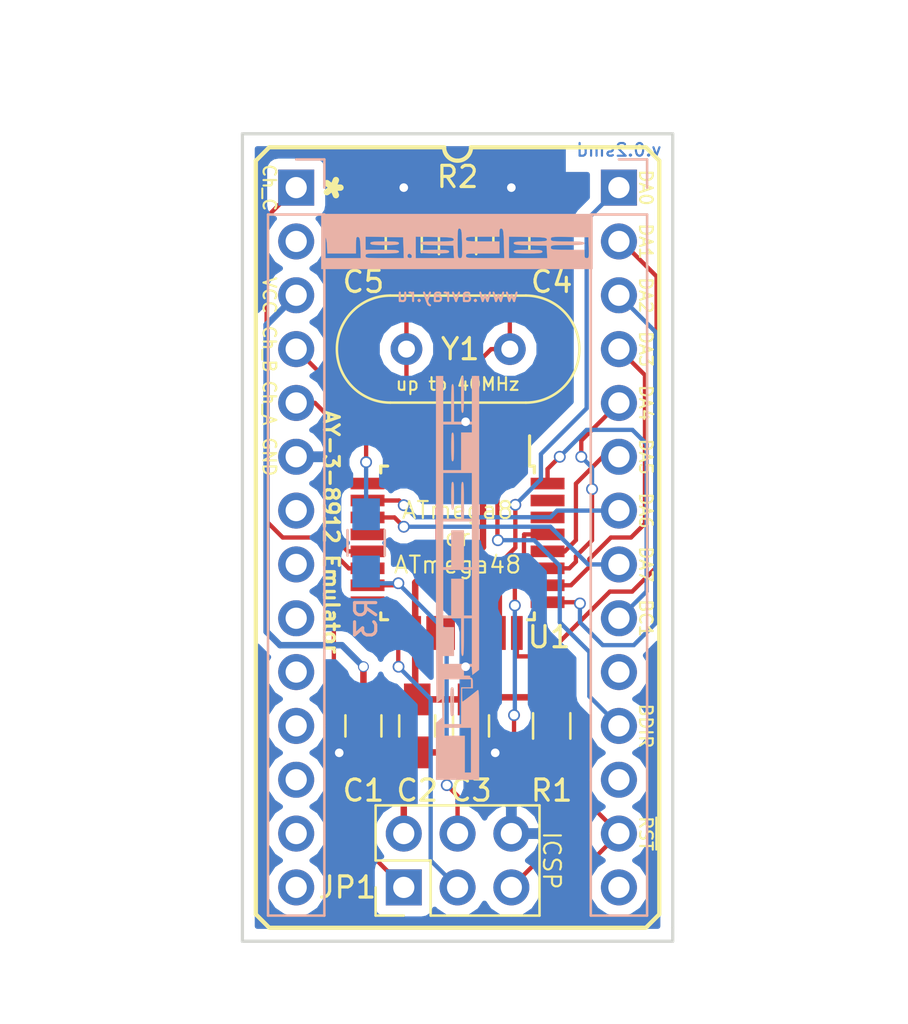
<source format=kicad_pcb>
(kicad_pcb (version 4) (host pcbnew 4.0.6)

  (general
    (links 43)
    (no_connects 0)
    (area 134.544999 71.679999 155.015001 109.930001)
    (thickness 1.6)
    (drawings 43)
    (tracks 215)
    (zones 0)
    (modules 15)
    (nets 42)
  )

  (page A4)
  (title_block
    (date 2017-06-09)
    (rev 0.2)
    (company fatla.eu)
  )

  (layers
    (0 F.Cu signal)
    (31 B.Cu signal)
    (32 B.Adhes user)
    (33 F.Adhes user)
    (34 B.Paste user)
    (35 F.Paste user)
    (36 B.SilkS user)
    (37 F.SilkS user)
    (38 B.Mask user)
    (39 F.Mask user)
    (40 Dwgs.User user)
    (41 Cmts.User user)
    (42 Eco1.User user)
    (43 Eco2.User user)
    (44 Edge.Cuts user)
    (45 Margin user)
    (46 B.CrtYd user)
    (47 F.CrtYd user)
    (48 B.Fab user)
    (49 F.Fab user)
  )

  (setup
    (last_trace_width 0.2032)
    (trace_clearance 0.2032)
    (zone_clearance 0.508)
    (zone_45_only no)
    (trace_min 0.2032)
    (segment_width 0.2)
    (edge_width 0.15)
    (via_size 0.5588)
    (via_drill 0.4064)
    (via_min_size 0.4064)
    (via_min_drill 0.3048)
    (uvia_size 0.3)
    (uvia_drill 0.1)
    (uvias_allowed no)
    (uvia_min_size 0.2)
    (uvia_min_drill 0.1)
    (pcb_text_width 0.3)
    (pcb_text_size 1.5 1.5)
    (mod_edge_width 0.15)
    (mod_text_size 1 1)
    (mod_text_width 0.15)
    (pad_size 1.524 1.524)
    (pad_drill 0.762)
    (pad_to_mask_clearance 0.2)
    (aux_axis_origin 0 0)
    (visible_elements FFFFFFFF)
    (pcbplotparams
      (layerselection 0x00030_80000001)
      (usegerberextensions false)
      (excludeedgelayer true)
      (linewidth 0.100000)
      (plotframeref false)
      (viasonmask false)
      (mode 1)
      (useauxorigin false)
      (hpglpennumber 1)
      (hpglpenspeed 20)
      (hpglpendiameter 15)
      (hpglpenoverlay 2)
      (psnegative false)
      (psa4output false)
      (plotreference true)
      (plotvalue true)
      (plotinvisibletext false)
      (padsonsilk false)
      (subtractmaskfromsilk false)
      (outputformat 1)
      (mirror false)
      (drillshape 1)
      (scaleselection 1)
      (outputdirectory ""))
  )

  (net 0 "")
  (net 1 VCC)
  (net 2 GND)
  (net 3 "Net-(C4-Pad2)")
  (net 4 /Ch_C)
  (net 5 "Net-(J1-Pad2)")
  (net 6 /Ch_B)
  (net 7 /Ch_A)
  (net 8 "Net-(J1-Pad7)")
  (net 9 "Net-(J1-Pad8)")
  (net 10 "Net-(J1-Pad9)")
  (net 11 "Net-(J1-Pad10)")
  (net 12 "Net-(J1-Pad11)")
  (net 13 "Net-(J1-Pad12)")
  (net 14 "Net-(J1-Pad13)")
  (net 15 "Net-(J1-Pad14)")
  (net 16 /DA0)
  (net 17 /DA1)
  (net 18 /DA2)
  (net 19 /DA3)
  (net 20 /DA4)
  (net 21 /DA5)
  (net 22 /DA6)
  (net 23 /DA7)
  (net 24 /BC1)
  (net 25 "Net-(J2-Pad10)")
  (net 26 /BDIR)
  (net 27 "Net-(J2-Pad12)")
  (net 28 /~RESET~)
  (net 29 "Net-(J2-Pad14)")
  (net 30 /MISO)
  (net 31 /SCK)
  (net 32 "Net-(U1-Pad2)")
  (net 33 "Net-(U1-Pad9)")
  (net 34 "Net-(U1-Pad12)")
  (net 35 "Net-(U1-Pad19)")
  (net 36 "Net-(U1-Pad20)")
  (net 37 "Net-(U1-Pad22)")
  (net 38 "Net-(U1-Pad30)")
  (net 39 "Net-(U1-Pad31)")
  (net 40 "Net-(C5-Pad2)")
  (net 41 /MOIS)

  (net_class Default "This is the default net class."
    (clearance 0.2032)
    (trace_width 0.2032)
    (via_dia 0.5588)
    (via_drill 0.4064)
    (uvia_dia 0.3)
    (uvia_drill 0.1)
    (add_net /BC1)
    (add_net /BDIR)
    (add_net /Ch_A)
    (add_net /Ch_B)
    (add_net /Ch_C)
    (add_net /DA0)
    (add_net /DA1)
    (add_net /DA2)
    (add_net /DA3)
    (add_net /DA4)
    (add_net /DA5)
    (add_net /DA6)
    (add_net /DA7)
    (add_net /MISO)
    (add_net /MOIS)
    (add_net /SCK)
    (add_net /~RESET~)
    (add_net "Net-(C4-Pad2)")
    (add_net "Net-(C5-Pad2)")
    (add_net "Net-(J1-Pad10)")
    (add_net "Net-(J1-Pad11)")
    (add_net "Net-(J1-Pad12)")
    (add_net "Net-(J1-Pad13)")
    (add_net "Net-(J1-Pad14)")
    (add_net "Net-(J1-Pad2)")
    (add_net "Net-(J1-Pad7)")
    (add_net "Net-(J1-Pad8)")
    (add_net "Net-(J1-Pad9)")
    (add_net "Net-(J2-Pad10)")
    (add_net "Net-(J2-Pad12)")
    (add_net "Net-(J2-Pad14)")
    (add_net "Net-(U1-Pad12)")
    (add_net "Net-(U1-Pad19)")
    (add_net "Net-(U1-Pad2)")
    (add_net "Net-(U1-Pad20)")
    (add_net "Net-(U1-Pad22)")
    (add_net "Net-(U1-Pad30)")
    (add_net "Net-(U1-Pad31)")
    (add_net "Net-(U1-Pad9)")
  )

  (net_class PWR ""
    (clearance 0.2032)
    (trace_width 0.3048)
    (via_dia 0.508)
    (via_drill 0.4064)
    (uvia_dia 0.3)
    (uvia_drill 0.1)
    (add_net GND)
    (add_net VCC)
  )

  (module Housings_QFP:TQFP-32_7x7mm_Pitch0.8mm (layer F.Cu) (tedit 59500883) (tstamp 5929ED64)
    (at 144.78 91.059 270)
    (descr "32-Lead Plastic Thin Quad Flatpack (PT) - 7x7x1.0 mm Body, 2.00 mm [TQFP] (see Microchip Packaging Specification 00000049BS.pdf)")
    (tags "QFP 0.8")
    (path /5929EA2C)
    (attr smd)
    (fp_text reference U1 (at 4.445 -4.318 540) (layer F.SilkS)
      (effects (font (size 1 1) (thickness 0.15)))
    )
    (fp_text value ATMEGA8-16AU (at 0 6.05 270) (layer F.Fab)
      (effects (font (size 1 1) (thickness 0.15)))
    )
    (fp_text user %R (at 0 0 270) (layer F.Fab)
      (effects (font (size 1 1) (thickness 0.15)))
    )
    (fp_line (start -2.5 -3.5) (end 3.5 -3.5) (layer F.Fab) (width 0.15))
    (fp_line (start 3.5 -3.5) (end 3.5 3.5) (layer F.Fab) (width 0.15))
    (fp_line (start 3.5 3.5) (end -3.5 3.5) (layer F.Fab) (width 0.15))
    (fp_line (start -3.5 3.5) (end -3.5 -2.5) (layer F.Fab) (width 0.15))
    (fp_line (start -3.5 -2.5) (end -2.5 -3.5) (layer F.Fab) (width 0.15))
    (fp_line (start -5.3 -5.3) (end -5.3 5.3) (layer F.CrtYd) (width 0.05))
    (fp_line (start 5.3 -5.3) (end 5.3 5.3) (layer F.CrtYd) (width 0.05))
    (fp_line (start -5.3 -5.3) (end 5.3 -5.3) (layer F.CrtYd) (width 0.05))
    (fp_line (start -5.3 5.3) (end 5.3 5.3) (layer F.CrtYd) (width 0.05))
    (fp_line (start -3.625 -3.625) (end -3.625 -3.4) (layer F.SilkS) (width 0.15))
    (fp_line (start 3.625 -3.625) (end 3.625 -3.3) (layer F.SilkS) (width 0.15))
    (fp_line (start 3.625 3.625) (end 3.625 3.3) (layer F.SilkS) (width 0.15))
    (fp_line (start -3.625 3.625) (end -3.625 3.3) (layer F.SilkS) (width 0.15))
    (fp_line (start -3.625 -3.625) (end -3.3 -3.625) (layer F.SilkS) (width 0.15))
    (fp_line (start -3.625 3.625) (end -3.3 3.625) (layer F.SilkS) (width 0.15))
    (fp_line (start 3.625 3.625) (end 3.3 3.625) (layer F.SilkS) (width 0.15))
    (fp_line (start 3.625 -3.625) (end 3.3 -3.625) (layer F.SilkS) (width 0.15))
    (fp_line (start -3.625 -3.4) (end -5.05 -3.4) (layer F.SilkS) (width 0.15))
    (pad 1 smd rect (at -4.25 -2.8 270) (size 1.6 0.55) (layers F.Cu F.Paste F.Mask)
      (net 26 /BDIR))
    (pad 2 smd rect (at -4.25 -2 270) (size 1.6 0.55) (layers F.Cu F.Paste F.Mask)
      (net 32 "Net-(U1-Pad2)"))
    (pad 3 smd rect (at -4.25 -1.2 270) (size 1.6 0.55) (layers F.Cu F.Paste F.Mask)
      (net 2 GND))
    (pad 4 smd rect (at -4.25 -0.4 270) (size 1.6 0.55) (layers F.Cu F.Paste F.Mask)
      (net 1 VCC))
    (pad 5 smd rect (at -4.25 0.4 270) (size 1.6 0.55) (layers F.Cu F.Paste F.Mask)
      (net 2 GND))
    (pad 6 smd rect (at -4.25 1.2 270) (size 1.6 0.55) (layers F.Cu F.Paste F.Mask)
      (net 1 VCC))
    (pad 7 smd rect (at -4.25 2 270) (size 1.6 0.55) (layers F.Cu F.Paste F.Mask)
      (net 3 "Net-(C4-Pad2)"))
    (pad 8 smd rect (at -4.25 2.8 270) (size 1.6 0.55) (layers F.Cu F.Paste F.Mask)
      (net 40 "Net-(C5-Pad2)"))
    (pad 9 smd rect (at -2.8 4.25) (size 1.6 0.55) (layers F.Cu F.Paste F.Mask)
      (net 33 "Net-(U1-Pad9)"))
    (pad 10 smd rect (at -2 4.25) (size 1.6 0.55) (layers F.Cu F.Paste F.Mask)
      (net 22 /DA6))
    (pad 11 smd rect (at -1.2 4.25) (size 1.6 0.55) (layers F.Cu F.Paste F.Mask)
      (net 23 /DA7))
    (pad 12 smd rect (at -0.4 4.25) (size 1.6 0.55) (layers F.Cu F.Paste F.Mask)
      (net 34 "Net-(U1-Pad12)"))
    (pad 13 smd rect (at 0.4 4.25) (size 1.6 0.55) (layers F.Cu F.Paste F.Mask)
      (net 7 /Ch_A))
    (pad 14 smd rect (at 1.2 4.25) (size 1.6 0.55) (layers F.Cu F.Paste F.Mask)
      (net 4 /Ch_C))
    (pad 15 smd rect (at 2 4.25) (size 1.6 0.55) (layers F.Cu F.Paste F.Mask)
      (net 41 /MOIS))
    (pad 16 smd rect (at 2.8 4.25) (size 1.6 0.55) (layers F.Cu F.Paste F.Mask)
      (net 30 /MISO))
    (pad 17 smd rect (at 4.25 2.8 270) (size 1.6 0.55) (layers F.Cu F.Paste F.Mask)
      (net 31 /SCK))
    (pad 18 smd rect (at 4.25 2 270) (size 1.6 0.55) (layers F.Cu F.Paste F.Mask)
      (net 1 VCC))
    (pad 19 smd rect (at 4.25 1.2 270) (size 1.6 0.55) (layers F.Cu F.Paste F.Mask)
      (net 35 "Net-(U1-Pad19)"))
    (pad 20 smd rect (at 4.25 0.4 270) (size 1.6 0.55) (layers F.Cu F.Paste F.Mask)
      (net 36 "Net-(U1-Pad20)"))
    (pad 21 smd rect (at 4.25 -0.4 270) (size 1.6 0.55) (layers F.Cu F.Paste F.Mask)
      (net 2 GND))
    (pad 22 smd rect (at 4.25 -1.2 270) (size 1.6 0.55) (layers F.Cu F.Paste F.Mask)
      (net 37 "Net-(U1-Pad22)"))
    (pad 23 smd rect (at 4.25 -2 270) (size 1.6 0.55) (layers F.Cu F.Paste F.Mask)
      (net 16 /DA0))
    (pad 24 smd rect (at 4.25 -2.8 270) (size 1.6 0.55) (layers F.Cu F.Paste F.Mask)
      (net 17 /DA1))
    (pad 25 smd rect (at 2.8 -4.25) (size 1.6 0.55) (layers F.Cu F.Paste F.Mask)
      (net 18 /DA2))
    (pad 26 smd rect (at 2 -4.25) (size 1.6 0.55) (layers F.Cu F.Paste F.Mask)
      (net 19 /DA3))
    (pad 27 smd rect (at 1.2 -4.25) (size 1.6 0.55) (layers F.Cu F.Paste F.Mask)
      (net 20 /DA4))
    (pad 28 smd rect (at 0.4 -4.25) (size 1.6 0.55) (layers F.Cu F.Paste F.Mask)
      (net 21 /DA5))
    (pad 29 smd rect (at -0.4 -4.25) (size 1.6 0.55) (layers F.Cu F.Paste F.Mask)
      (net 28 /~RESET~))
    (pad 30 smd rect (at -1.2 -4.25) (size 1.6 0.55) (layers F.Cu F.Paste F.Mask)
      (net 38 "Net-(U1-Pad30)"))
    (pad 31 smd rect (at -2 -4.25) (size 1.6 0.55) (layers F.Cu F.Paste F.Mask)
      (net 39 "Net-(U1-Pad31)"))
    (pad 32 smd rect (at -2.8 -4.25) (size 1.6 0.55) (layers F.Cu F.Paste F.Mask)
      (net 24 /BC1))
    (model Housings_QFP.3dshapes/TQFP-32_7x7mm_Pitch0.8mm.wrl
      (at (xyz 0 0 0))
      (scale (xyz 1 1 1))
      (rotate (xyz 0 0 0))
    )
  )

  (module Pin_Headers:Pin_Header_Straight_1x14_Pitch2.54mm (layer B.Cu) (tedit 592AA076) (tstamp 5929ED30)
    (at 152.4 74.295 180)
    (descr "Through hole straight pin header, 1x14, 2.54mm pitch, single row")
    (tags "Through hole pin header THT 1x14 2.54mm single row")
    (path /592733D8)
    (fp_text reference J2 (at 0 2.33 180) (layer B.SilkS) hide
      (effects (font (size 1 1) (thickness 0.15)) (justify mirror))
    )
    (fp_text value CONN_01X14 (at 0 -35.35 180) (layer B.Fab)
      (effects (font (size 1 1) (thickness 0.15)) (justify mirror))
    )
    (fp_line (start -1.27 1.27) (end -1.27 -34.29) (layer B.Fab) (width 0.1))
    (fp_line (start -1.27 -34.29) (end 1.27 -34.29) (layer B.Fab) (width 0.1))
    (fp_line (start 1.27 -34.29) (end 1.27 1.27) (layer B.Fab) (width 0.1))
    (fp_line (start 1.27 1.27) (end -1.27 1.27) (layer B.Fab) (width 0.1))
    (fp_line (start -1.33 -1.27) (end -1.33 -34.35) (layer B.SilkS) (width 0.12))
    (fp_line (start -1.33 -34.35) (end 1.33 -34.35) (layer B.SilkS) (width 0.12))
    (fp_line (start 1.33 -34.35) (end 1.33 -1.27) (layer B.SilkS) (width 0.12))
    (fp_line (start 1.33 -1.27) (end -1.33 -1.27) (layer B.SilkS) (width 0.12))
    (fp_line (start -1.33 0) (end -1.33 1.33) (layer B.SilkS) (width 0.12))
    (fp_line (start -1.33 1.33) (end 0 1.33) (layer B.SilkS) (width 0.12))
    (fp_line (start -1.8 1.8) (end -1.8 -34.8) (layer B.CrtYd) (width 0.05))
    (fp_line (start -1.8 -34.8) (end 1.8 -34.8) (layer B.CrtYd) (width 0.05))
    (fp_line (start 1.8 -34.8) (end 1.8 1.8) (layer B.CrtYd) (width 0.05))
    (fp_line (start 1.8 1.8) (end -1.8 1.8) (layer B.CrtYd) (width 0.05))
    (fp_text user %R (at 0 2.33 180) (layer B.Fab)
      (effects (font (size 1 1) (thickness 0.15)) (justify mirror))
    )
    (pad 1 thru_hole rect (at 0 0 180) (size 1.7 1.7) (drill 1) (layers *.Cu *.Mask)
      (net 16 /DA0))
    (pad 2 thru_hole oval (at 0 -2.54 180) (size 1.7 1.7) (drill 1) (layers *.Cu *.Mask)
      (net 17 /DA1))
    (pad 3 thru_hole oval (at 0 -5.08 180) (size 1.7 1.7) (drill 1) (layers *.Cu *.Mask)
      (net 18 /DA2))
    (pad 4 thru_hole oval (at 0 -7.62 180) (size 1.7 1.7) (drill 1) (layers *.Cu *.Mask)
      (net 19 /DA3))
    (pad 5 thru_hole oval (at 0 -10.16 180) (size 1.7 1.7) (drill 1) (layers *.Cu *.Mask)
      (net 20 /DA4))
    (pad 6 thru_hole oval (at 0 -12.7 180) (size 1.7 1.7) (drill 1) (layers *.Cu *.Mask)
      (net 21 /DA5))
    (pad 7 thru_hole oval (at 0 -15.24 180) (size 1.7 1.7) (drill 1) (layers *.Cu *.Mask)
      (net 22 /DA6))
    (pad 8 thru_hole oval (at 0 -17.78 180) (size 1.7 1.7) (drill 1) (layers *.Cu *.Mask)
      (net 23 /DA7))
    (pad 9 thru_hole oval (at 0 -20.32 180) (size 1.7 1.7) (drill 1) (layers *.Cu *.Mask)
      (net 24 /BC1))
    (pad 10 thru_hole oval (at 0 -22.86 180) (size 1.7 1.7) (drill 1) (layers *.Cu *.Mask)
      (net 25 "Net-(J2-Pad10)"))
    (pad 11 thru_hole oval (at 0 -25.4 180) (size 1.7 1.7) (drill 1) (layers *.Cu *.Mask)
      (net 26 /BDIR))
    (pad 12 thru_hole oval (at 0 -27.94 180) (size 1.7 1.7) (drill 1) (layers *.Cu *.Mask)
      (net 27 "Net-(J2-Pad12)"))
    (pad 13 thru_hole oval (at 0 -30.48 180) (size 1.7 1.7) (drill 1) (layers *.Cu *.Mask)
      (net 28 /~RESET~))
    (pad 14 thru_hole oval (at 0 -33.02 180) (size 1.7 1.7) (drill 1) (layers *.Cu *.Mask)
      (net 29 "Net-(J2-Pad14)"))
    (model ${KISYS3DMOD}/Pin_Headers.3dshapes/Pin_Header_Straight_1x14_Pitch2.54mm.wrl
      (at (xyz 0 -0.65 0))
      (scale (xyz 1 1 1))
      (rotate (xyz 0 0 90))
    )
  )

  (module Pin_Headers:Pin_Header_Straight_1x14_Pitch2.54mm (layer B.Cu) (tedit 592AA060) (tstamp 5929ED1E)
    (at 137.16 74.295 180)
    (descr "Through hole straight pin header, 1x14, 2.54mm pitch, single row")
    (tags "Through hole pin header THT 1x14 2.54mm single row")
    (path /59273294)
    (fp_text reference J1 (at 0 2.33 180) (layer B.SilkS) hide
      (effects (font (size 1 1) (thickness 0.15)) (justify mirror))
    )
    (fp_text value CONN_01X14 (at 0 -35.35 180) (layer B.Fab)
      (effects (font (size 1 1) (thickness 0.15)) (justify mirror))
    )
    (fp_line (start -1.27 1.27) (end -1.27 -34.29) (layer B.Fab) (width 0.1))
    (fp_line (start -1.27 -34.29) (end 1.27 -34.29) (layer B.Fab) (width 0.1))
    (fp_line (start 1.27 -34.29) (end 1.27 1.27) (layer B.Fab) (width 0.1))
    (fp_line (start 1.27 1.27) (end -1.27 1.27) (layer B.Fab) (width 0.1))
    (fp_line (start -1.33 -1.27) (end -1.33 -34.35) (layer B.SilkS) (width 0.12))
    (fp_line (start -1.33 -34.35) (end 1.33 -34.35) (layer B.SilkS) (width 0.12))
    (fp_line (start 1.33 -34.35) (end 1.33 -1.27) (layer B.SilkS) (width 0.12))
    (fp_line (start 1.33 -1.27) (end -1.33 -1.27) (layer B.SilkS) (width 0.12))
    (fp_line (start -1.33 0) (end -1.33 1.33) (layer B.SilkS) (width 0.12))
    (fp_line (start -1.33 1.33) (end 0 1.33) (layer B.SilkS) (width 0.12))
    (fp_line (start -1.8 1.8) (end -1.8 -34.8) (layer B.CrtYd) (width 0.05))
    (fp_line (start -1.8 -34.8) (end 1.8 -34.8) (layer B.CrtYd) (width 0.05))
    (fp_line (start 1.8 -34.8) (end 1.8 1.8) (layer B.CrtYd) (width 0.05))
    (fp_line (start 1.8 1.8) (end -1.8 1.8) (layer B.CrtYd) (width 0.05))
    (fp_text user %R (at 0 2.33 180) (layer B.Fab)
      (effects (font (size 1 1) (thickness 0.15)) (justify mirror))
    )
    (pad 1 thru_hole rect (at 0 0 180) (size 1.7 1.7) (drill 1) (layers *.Cu *.Mask)
      (net 4 /Ch_C))
    (pad 2 thru_hole oval (at 0 -2.54 180) (size 1.7 1.7) (drill 1) (layers *.Cu *.Mask)
      (net 5 "Net-(J1-Pad2)"))
    (pad 3 thru_hole oval (at 0 -5.08 180) (size 1.7 1.7) (drill 1) (layers *.Cu *.Mask)
      (net 1 VCC))
    (pad 4 thru_hole oval (at 0 -7.62 180) (size 1.7 1.7) (drill 1) (layers *.Cu *.Mask)
      (net 6 /Ch_B))
    (pad 5 thru_hole oval (at 0 -10.16 180) (size 1.7 1.7) (drill 1) (layers *.Cu *.Mask)
      (net 7 /Ch_A))
    (pad 6 thru_hole oval (at 0 -12.7 180) (size 1.7 1.7) (drill 1) (layers *.Cu *.Mask)
      (net 2 GND))
    (pad 7 thru_hole oval (at 0 -15.24 180) (size 1.7 1.7) (drill 1) (layers *.Cu *.Mask)
      (net 8 "Net-(J1-Pad7)"))
    (pad 8 thru_hole oval (at 0 -17.78 180) (size 1.7 1.7) (drill 1) (layers *.Cu *.Mask)
      (net 9 "Net-(J1-Pad8)"))
    (pad 9 thru_hole oval (at 0 -20.32 180) (size 1.7 1.7) (drill 1) (layers *.Cu *.Mask)
      (net 10 "Net-(J1-Pad9)"))
    (pad 10 thru_hole oval (at 0 -22.86 180) (size 1.7 1.7) (drill 1) (layers *.Cu *.Mask)
      (net 11 "Net-(J1-Pad10)"))
    (pad 11 thru_hole oval (at 0 -25.4 180) (size 1.7 1.7) (drill 1) (layers *.Cu *.Mask)
      (net 12 "Net-(J1-Pad11)"))
    (pad 12 thru_hole oval (at 0 -27.94 180) (size 1.7 1.7) (drill 1) (layers *.Cu *.Mask)
      (net 13 "Net-(J1-Pad12)"))
    (pad 13 thru_hole oval (at 0 -30.48 180) (size 1.7 1.7) (drill 1) (layers *.Cu *.Mask)
      (net 14 "Net-(J1-Pad13)"))
    (pad 14 thru_hole oval (at 0 -33.02 180) (size 1.7 1.7) (drill 1) (layers *.Cu *.Mask)
      (net 15 "Net-(J1-Pad14)"))
    (model ${KISYS3DMOD}/Pin_Headers.3dshapes/Pin_Header_Straight_1x14_Pitch2.54mm.wrl
      (at (xyz 0 -0.65 0))
      (scale (xyz 1 1 1))
      (rotate (xyz 0 0 90))
    )
  )

  (module Capacitors_SMD:C_0805_HandSoldering (layer F.Cu) (tedit 594F6558) (tstamp 5929ECFA)
    (at 140.335 99.695 270)
    (descr "Capacitor SMD 0805, hand soldering")
    (tags "capacitor 0805")
    (path /59272DB0)
    (attr smd)
    (fp_text reference C1 (at 3.048 0 360) (layer F.SilkS)
      (effects (font (size 1 1) (thickness 0.15)))
    )
    (fp_text value 10uF (at 0 1.75 270) (layer F.Fab)
      (effects (font (size 1 1) (thickness 0.15)))
    )
    (fp_text user %R (at 0 -1.75 270) (layer F.Fab)
      (effects (font (size 1 1) (thickness 0.15)))
    )
    (fp_line (start -1 0.62) (end -1 -0.62) (layer F.Fab) (width 0.1))
    (fp_line (start 1 0.62) (end -1 0.62) (layer F.Fab) (width 0.1))
    (fp_line (start 1 -0.62) (end 1 0.62) (layer F.Fab) (width 0.1))
    (fp_line (start -1 -0.62) (end 1 -0.62) (layer F.Fab) (width 0.1))
    (fp_line (start 0.5 -0.85) (end -0.5 -0.85) (layer F.SilkS) (width 0.12))
    (fp_line (start -0.5 0.85) (end 0.5 0.85) (layer F.SilkS) (width 0.12))
    (fp_line (start -2.25 -0.88) (end 2.25 -0.88) (layer F.CrtYd) (width 0.05))
    (fp_line (start -2.25 -0.88) (end -2.25 0.87) (layer F.CrtYd) (width 0.05))
    (fp_line (start 2.25 0.87) (end 2.25 -0.88) (layer F.CrtYd) (width 0.05))
    (fp_line (start 2.25 0.87) (end -2.25 0.87) (layer F.CrtYd) (width 0.05))
    (pad 1 smd rect (at -1.25 0 270) (size 1.5 1.25) (layers F.Cu F.Paste F.Mask)
      (net 1 VCC))
    (pad 2 smd rect (at 1.25 0 270) (size 1.5 1.25) (layers F.Cu F.Paste F.Mask)
      (net 2 GND))
    (model Capacitors_SMD.3dshapes/C_0805.wrl
      (at (xyz 0 0 0))
      (scale (xyz 1 1 1))
      (rotate (xyz 0 0 0))
    )
  )

  (module Capacitors_SMD:C_0805_HandSoldering (layer F.Cu) (tedit 594FC914) (tstamp 5929ED00)
    (at 142.875 99.695 270)
    (descr "Capacitor SMD 0805, hand soldering")
    (tags "capacitor 0805")
    (path /59272D8B)
    (attr smd)
    (fp_text reference C2 (at 3.048 0 360) (layer F.SilkS)
      (effects (font (size 1 1) (thickness 0.15)))
    )
    (fp_text value 100nF (at 0 1.75 270) (layer F.Fab)
      (effects (font (size 1 1) (thickness 0.15)))
    )
    (fp_text user %R (at 0 -1.905 270) (layer F.Fab)
      (effects (font (size 1 1) (thickness 0.15)))
    )
    (fp_line (start -1 0.62) (end -1 -0.62) (layer F.Fab) (width 0.1))
    (fp_line (start 1 0.62) (end -1 0.62) (layer F.Fab) (width 0.1))
    (fp_line (start 1 -0.62) (end 1 0.62) (layer F.Fab) (width 0.1))
    (fp_line (start -1 -0.62) (end 1 -0.62) (layer F.Fab) (width 0.1))
    (fp_line (start 0.5 -0.85) (end -0.5 -0.85) (layer F.SilkS) (width 0.12))
    (fp_line (start -0.5 0.85) (end 0.5 0.85) (layer F.SilkS) (width 0.12))
    (fp_line (start -2.25 -0.88) (end 2.25 -0.88) (layer F.CrtYd) (width 0.05))
    (fp_line (start -2.25 -0.88) (end -2.25 0.87) (layer F.CrtYd) (width 0.05))
    (fp_line (start 2.25 0.87) (end 2.25 -0.88) (layer F.CrtYd) (width 0.05))
    (fp_line (start 2.25 0.87) (end -2.25 0.87) (layer F.CrtYd) (width 0.05))
    (pad 1 smd rect (at -1.25 0 270) (size 1.5 1.25) (layers F.Cu F.Paste F.Mask)
      (net 1 VCC))
    (pad 2 smd rect (at 1.25 0 270) (size 1.5 1.25) (layers F.Cu F.Paste F.Mask)
      (net 2 GND))
    (model Capacitors_SMD.3dshapes/C_0805.wrl
      (at (xyz 0 0 0))
      (scale (xyz 1 1 1))
      (rotate (xyz 0 0 0))
    )
  )

  (module Resistors_SMD:R_0805_HandSoldering (layer F.Cu) (tedit 594FDB9A) (tstamp 5929ED40)
    (at 149.225 99.695 270)
    (descr "Resistor SMD 0805, hand soldering")
    (tags "resistor 0805")
    (path /59275954)
    (attr smd)
    (fp_text reference R1 (at 3.048 0 540) (layer F.SilkS)
      (effects (font (size 1 1) (thickness 0.15)))
    )
    (fp_text value 10k (at 0 1.75 270) (layer F.Fab)
      (effects (font (size 1 1) (thickness 0.15)))
    )
    (fp_text user %R (at 0 0 270) (layer F.Fab)
      (effects (font (size 0.5 0.5) (thickness 0.075)))
    )
    (fp_line (start -1 0.62) (end -1 -0.62) (layer F.Fab) (width 0.1))
    (fp_line (start 1 0.62) (end -1 0.62) (layer F.Fab) (width 0.1))
    (fp_line (start 1 -0.62) (end 1 0.62) (layer F.Fab) (width 0.1))
    (fp_line (start -1 -0.62) (end 1 -0.62) (layer F.Fab) (width 0.1))
    (fp_line (start 0.6 0.88) (end -0.6 0.88) (layer F.SilkS) (width 0.12))
    (fp_line (start -0.6 -0.88) (end 0.6 -0.88) (layer F.SilkS) (width 0.12))
    (fp_line (start -2.35 -0.9) (end 2.35 -0.9) (layer F.CrtYd) (width 0.05))
    (fp_line (start -2.35 -0.9) (end -2.35 0.9) (layer F.CrtYd) (width 0.05))
    (fp_line (start 2.35 0.9) (end 2.35 -0.9) (layer F.CrtYd) (width 0.05))
    (fp_line (start 2.35 0.9) (end -2.35 0.9) (layer F.CrtYd) (width 0.05))
    (pad 1 smd rect (at -1.35 0 270) (size 1.5 1.3) (layers F.Cu F.Paste F.Mask)
      (net 1 VCC))
    (pad 2 smd rect (at 1.35 0 270) (size 1.5 1.3) (layers F.Cu F.Paste F.Mask)
      (net 28 /~RESET~))
    (model ${KISYS3DMOD}/Resistors_SMD.3dshapes/R_0805.wrl
      (at (xyz 0 0 0))
      (scale (xyz 1 1 1))
      (rotate (xyz 0 0 0))
    )
  )

  (module Pin_Headers:Pin_Header_Straight_2x03_Pitch2.54mm (layer F.Cu) (tedit 5950095D) (tstamp 5929F09C)
    (at 142.24 107.315 90)
    (descr "Through hole straight pin header, 2x03, 2.54mm pitch, double rows")
    (tags "Through hole pin header THT 2x03 2.54mm double row")
    (path /5929F6ED)
    (fp_text reference JP1 (at 0 -2.667 180) (layer F.SilkS)
      (effects (font (size 1 1) (thickness 0.15)))
    )
    (fp_text value CONN_02X03 (at 1.27 7.41 90) (layer F.Fab)
      (effects (font (size 1 1) (thickness 0.15)))
    )
    (fp_line (start -1.27 -1.27) (end -1.27 6.35) (layer F.Fab) (width 0.1))
    (fp_line (start -1.27 6.35) (end 3.81 6.35) (layer F.Fab) (width 0.1))
    (fp_line (start 3.81 6.35) (end 3.81 -1.27) (layer F.Fab) (width 0.1))
    (fp_line (start 3.81 -1.27) (end -1.27 -1.27) (layer F.Fab) (width 0.1))
    (fp_line (start -1.33 1.27) (end -1.33 6.41) (layer F.SilkS) (width 0.12))
    (fp_line (start -1.33 6.41) (end 3.87 6.41) (layer F.SilkS) (width 0.12))
    (fp_line (start 3.87 6.41) (end 3.87 -1.33) (layer F.SilkS) (width 0.12))
    (fp_line (start 3.87 -1.33) (end 1.27 -1.33) (layer F.SilkS) (width 0.12))
    (fp_line (start 1.27 -1.33) (end 1.27 1.27) (layer F.SilkS) (width 0.12))
    (fp_line (start 1.27 1.27) (end -1.33 1.27) (layer F.SilkS) (width 0.12))
    (fp_line (start -1.33 0) (end -1.33 -1.33) (layer F.SilkS) (width 0.12))
    (fp_line (start -1.33 -1.33) (end 0 -1.33) (layer F.SilkS) (width 0.12))
    (fp_line (start -1.8 -1.8) (end -1.8 6.85) (layer F.CrtYd) (width 0.05))
    (fp_line (start -1.8 6.85) (end 4.35 6.85) (layer F.CrtYd) (width 0.05))
    (fp_line (start 4.35 6.85) (end 4.35 -1.8) (layer F.CrtYd) (width 0.05))
    (fp_line (start 4.35 -1.8) (end -1.8 -1.8) (layer F.CrtYd) (width 0.05))
    (fp_text user %R (at 1.27 -2.33 90) (layer F.Fab)
      (effects (font (size 1 1) (thickness 0.15)))
    )
    (pad 1 thru_hole rect (at 0 0 90) (size 1.7 1.7) (drill 1) (layers *.Cu *.Mask)
      (net 30 /MISO))
    (pad 2 thru_hole oval (at 2.54 0 90) (size 1.7 1.7) (drill 1) (layers *.Cu *.Mask)
      (net 1 VCC))
    (pad 3 thru_hole oval (at 0 2.54 90) (size 1.7 1.7) (drill 1) (layers *.Cu *.Mask)
      (net 31 /SCK))
    (pad 4 thru_hole oval (at 2.54 2.54 90) (size 1.7 1.7) (drill 1) (layers *.Cu *.Mask)
      (net 41 /MOIS))
    (pad 5 thru_hole oval (at 0 5.08 90) (size 1.7 1.7) (drill 1) (layers *.Cu *.Mask)
      (net 28 /~RESET~))
    (pad 6 thru_hole oval (at 2.54 5.08 90) (size 1.7 1.7) (drill 1) (layers *.Cu *.Mask)
      (net 2 GND))
    (model ${KISYS3DMOD}/Pin_Headers.3dshapes/Pin_Header_Straight_2x03_Pitch2.54mm.wrl
      (at (xyz 0.05 -0.1 0))
      (scale (xyz 1 1 1))
      (rotate (xyz 0 0 90))
    )
  )

  (module Crystals:Crystal_HC49-4H_Vertical (layer F.Cu) (tedit 5950099E) (tstamp 594E8690)
    (at 142.367 81.915)
    (descr "Crystal THT HC-49-4H http://5hertz.com/pdfs/04404_D.pdf")
    (tags "THT crystalHC-49-4H")
    (path /59272EAD)
    (fp_text reference Y1 (at 2.54 0) (layer F.SilkS)
      (effects (font (size 1 1) (thickness 0.15)))
    )
    (fp_text value "up to 40MHz" (at 2.44 3.525) (layer F.Fab)
      (effects (font (size 1 1) (thickness 0.15)))
    )
    (fp_text user %R (at 2.44 0) (layer F.Fab)
      (effects (font (size 1 1) (thickness 0.15)))
    )
    (fp_line (start -0.76 -2.325) (end 5.64 -2.325) (layer F.Fab) (width 0.1))
    (fp_line (start -0.76 2.325) (end 5.64 2.325) (layer F.Fab) (width 0.1))
    (fp_line (start -0.56 -2) (end 5.44 -2) (layer F.Fab) (width 0.1))
    (fp_line (start -0.56 2) (end 5.44 2) (layer F.Fab) (width 0.1))
    (fp_line (start -0.76 -2.525) (end 5.64 -2.525) (layer F.SilkS) (width 0.12))
    (fp_line (start -0.76 2.525) (end 5.64 2.525) (layer F.SilkS) (width 0.12))
    (fp_line (start -3.6 -2.8) (end -3.6 2.8) (layer F.CrtYd) (width 0.05))
    (fp_line (start -3.6 2.8) (end 8.5 2.8) (layer F.CrtYd) (width 0.05))
    (fp_line (start 8.5 2.8) (end 8.5 -2.8) (layer F.CrtYd) (width 0.05))
    (fp_line (start 8.5 -2.8) (end -3.6 -2.8) (layer F.CrtYd) (width 0.05))
    (fp_arc (start -0.76 0) (end -0.76 -2.325) (angle -180) (layer F.Fab) (width 0.1))
    (fp_arc (start 5.64 0) (end 5.64 -2.325) (angle 180) (layer F.Fab) (width 0.1))
    (fp_arc (start -0.56 0) (end -0.56 -2) (angle -180) (layer F.Fab) (width 0.1))
    (fp_arc (start 5.44 0) (end 5.44 -2) (angle 180) (layer F.Fab) (width 0.1))
    (fp_arc (start -0.76 0) (end -0.76 -2.525) (angle -180) (layer F.SilkS) (width 0.12))
    (fp_arc (start 5.64 0) (end 5.64 -2.525) (angle 180) (layer F.SilkS) (width 0.12))
    (pad 1 thru_hole circle (at 0 0) (size 1.5 1.5) (drill 0.8) (layers *.Cu *.Mask)
      (net 40 "Net-(C5-Pad2)"))
    (pad 2 thru_hole circle (at 4.88 0) (size 1.5 1.5) (drill 0.8) (layers *.Cu *.Mask)
      (net 3 "Net-(C4-Pad2)"))
    (model ${KISYS3DMOD}/Crystals.3dshapes/Crystal_HC49-4H_Vertical.wrl
      (at (xyz 0 0 0))
      (scale (xyz 0.393701 0.393701 0.393701))
      (rotate (xyz 0 0 0))
    )
  )

  (module Capacitors_SMD:C_0805_HandSoldering (layer F.Cu) (tedit 594F6554) (tstamp 594E8938)
    (at 145.415 99.695 270)
    (descr "Capacitor SMD 0805, hand soldering")
    (tags "capacitor 0805")
    (path /594E87E7)
    (attr smd)
    (fp_text reference C3 (at 3.048 0 360) (layer F.SilkS)
      (effects (font (size 1 1) (thickness 0.15)))
    )
    (fp_text value 100nF (at 0 1.75 270) (layer F.Fab)
      (effects (font (size 1 1) (thickness 0.15)))
    )
    (fp_text user %R (at 0 -1.75 270) (layer F.Fab)
      (effects (font (size 1 1) (thickness 0.15)))
    )
    (fp_line (start -1 0.62) (end -1 -0.62) (layer F.Fab) (width 0.1))
    (fp_line (start 1 0.62) (end -1 0.62) (layer F.Fab) (width 0.1))
    (fp_line (start 1 -0.62) (end 1 0.62) (layer F.Fab) (width 0.1))
    (fp_line (start -1 -0.62) (end 1 -0.62) (layer F.Fab) (width 0.1))
    (fp_line (start 0.5 -0.85) (end -0.5 -0.85) (layer F.SilkS) (width 0.12))
    (fp_line (start -0.5 0.85) (end 0.5 0.85) (layer F.SilkS) (width 0.12))
    (fp_line (start -2.25 -0.88) (end 2.25 -0.88) (layer F.CrtYd) (width 0.05))
    (fp_line (start -2.25 -0.88) (end -2.25 0.87) (layer F.CrtYd) (width 0.05))
    (fp_line (start 2.25 0.87) (end 2.25 -0.88) (layer F.CrtYd) (width 0.05))
    (fp_line (start 2.25 0.87) (end -2.25 0.87) (layer F.CrtYd) (width 0.05))
    (pad 1 smd rect (at -1.25 0 270) (size 1.5 1.25) (layers F.Cu F.Paste F.Mask)
      (net 1 VCC))
    (pad 2 smd rect (at 1.25 0 270) (size 1.5 1.25) (layers F.Cu F.Paste F.Mask)
      (net 2 GND))
    (model Capacitors_SMD.3dshapes/C_0805.wrl
      (at (xyz 0 0 0))
      (scale (xyz 1 1 1))
      (rotate (xyz 0 0 0))
    )
  )

  (module Capacitors_SMD:C_0805_HandSoldering (layer F.Cu) (tedit 59500D6F) (tstamp 594E893E)
    (at 147.32 76.835 270)
    (descr "Capacitor SMD 0805, hand soldering")
    (tags "capacitor 0805")
    (path /59272F73)
    (attr smd)
    (fp_text reference C4 (at 1.905 -1.905 360) (layer F.SilkS)
      (effects (font (size 1 1) (thickness 0.15)))
    )
    (fp_text value 22pF (at 0 1.75 270) (layer F.Fab)
      (effects (font (size 1 1) (thickness 0.15)))
    )
    (fp_text user %R (at 0 -1.75 270) (layer F.Fab)
      (effects (font (size 1 1) (thickness 0.15)))
    )
    (fp_line (start -1 0.62) (end -1 -0.62) (layer F.Fab) (width 0.1))
    (fp_line (start 1 0.62) (end -1 0.62) (layer F.Fab) (width 0.1))
    (fp_line (start 1 -0.62) (end 1 0.62) (layer F.Fab) (width 0.1))
    (fp_line (start -1 -0.62) (end 1 -0.62) (layer F.Fab) (width 0.1))
    (fp_line (start 0.5 -0.85) (end -0.5 -0.85) (layer F.SilkS) (width 0.12))
    (fp_line (start -0.5 0.85) (end 0.5 0.85) (layer F.SilkS) (width 0.12))
    (fp_line (start -2.25 -0.88) (end 2.25 -0.88) (layer F.CrtYd) (width 0.05))
    (fp_line (start -2.25 -0.88) (end -2.25 0.87) (layer F.CrtYd) (width 0.05))
    (fp_line (start 2.25 0.87) (end 2.25 -0.88) (layer F.CrtYd) (width 0.05))
    (fp_line (start 2.25 0.87) (end -2.25 0.87) (layer F.CrtYd) (width 0.05))
    (pad 1 smd rect (at -1.25 0 270) (size 1.5 1.25) (layers F.Cu F.Paste F.Mask)
      (net 2 GND))
    (pad 2 smd rect (at 1.25 0 270) (size 1.5 1.25) (layers F.Cu F.Paste F.Mask)
      (net 3 "Net-(C4-Pad2)"))
    (model Capacitors_SMD.3dshapes/C_0805.wrl
      (at (xyz 0 0 0))
      (scale (xyz 1 1 1))
      (rotate (xyz 0 0 0))
    )
  )

  (module Capacitors_SMD:C_0805_HandSoldering (layer F.Cu) (tedit 59500D77) (tstamp 594E8944)
    (at 142.24 76.835 270)
    (descr "Capacitor SMD 0805, hand soldering")
    (tags "capacitor 0805")
    (path /59272F38)
    (attr smd)
    (fp_text reference C5 (at 1.905 1.905 360) (layer F.SilkS)
      (effects (font (size 1 1) (thickness 0.15)))
    )
    (fp_text value 22pF (at 0 1.75 270) (layer F.Fab)
      (effects (font (size 1 1) (thickness 0.15)))
    )
    (fp_text user %R (at 0 -1.75 270) (layer F.Fab)
      (effects (font (size 1 1) (thickness 0.15)))
    )
    (fp_line (start -1 0.62) (end -1 -0.62) (layer F.Fab) (width 0.1))
    (fp_line (start 1 0.62) (end -1 0.62) (layer F.Fab) (width 0.1))
    (fp_line (start 1 -0.62) (end 1 0.62) (layer F.Fab) (width 0.1))
    (fp_line (start -1 -0.62) (end 1 -0.62) (layer F.Fab) (width 0.1))
    (fp_line (start 0.5 -0.85) (end -0.5 -0.85) (layer F.SilkS) (width 0.12))
    (fp_line (start -0.5 0.85) (end 0.5 0.85) (layer F.SilkS) (width 0.12))
    (fp_line (start -2.25 -0.88) (end 2.25 -0.88) (layer F.CrtYd) (width 0.05))
    (fp_line (start -2.25 -0.88) (end -2.25 0.87) (layer F.CrtYd) (width 0.05))
    (fp_line (start 2.25 0.87) (end 2.25 -0.88) (layer F.CrtYd) (width 0.05))
    (fp_line (start 2.25 0.87) (end -2.25 0.87) (layer F.CrtYd) (width 0.05))
    (pad 1 smd rect (at -1.25 0 270) (size 1.5 1.25) (layers F.Cu F.Paste F.Mask)
      (net 2 GND))
    (pad 2 smd rect (at 1.25 0 270) (size 1.5 1.25) (layers F.Cu F.Paste F.Mask)
      (net 40 "Net-(C5-Pad2)"))
    (model Capacitors_SMD.3dshapes/C_0805.wrl
      (at (xyz 0 0 0))
      (scale (xyz 1 1 1))
      (rotate (xyz 0 0 0))
    )
  )

  (module Resistors_SMD:R_0805_HandSoldering (layer B.Cu) (tedit 59500D1D) (tstamp 594F5887)
    (at 140.462 91.059 90)
    (descr "Resistor SMD 0805, hand soldering")
    (tags "resistor 0805")
    (path /594F530F)
    (attr smd)
    (fp_text reference R3 (at -3.556 0 90) (layer B.SilkS)
      (effects (font (size 1 1) (thickness 0.15)) (justify mirror))
    )
    (fp_text value 330R (at 0 -1.75 90) (layer B.Fab)
      (effects (font (size 1 1) (thickness 0.15)) (justify mirror))
    )
    (fp_text user %R (at 0 0 180) (layer B.Fab)
      (effects (font (size 0.5 0.5) (thickness 0.075)) (justify mirror))
    )
    (fp_line (start -1 -0.62) (end -1 0.62) (layer B.Fab) (width 0.1))
    (fp_line (start 1 -0.62) (end -1 -0.62) (layer B.Fab) (width 0.1))
    (fp_line (start 1 0.62) (end 1 -0.62) (layer B.Fab) (width 0.1))
    (fp_line (start -1 0.62) (end 1 0.62) (layer B.Fab) (width 0.1))
    (fp_line (start 0.6 -0.88) (end -0.6 -0.88) (layer B.SilkS) (width 0.12))
    (fp_line (start -0.6 0.88) (end 0.6 0.88) (layer B.SilkS) (width 0.12))
    (fp_line (start -2.35 0.9) (end 2.35 0.9) (layer B.CrtYd) (width 0.05))
    (fp_line (start -2.35 0.9) (end -2.35 -0.9) (layer B.CrtYd) (width 0.05))
    (fp_line (start 2.35 -0.9) (end 2.35 0.9) (layer B.CrtYd) (width 0.05))
    (fp_line (start 2.35 -0.9) (end -2.35 -0.9) (layer B.CrtYd) (width 0.05))
    (pad 1 smd rect (at -1.35 0 90) (size 1.5 1.3) (layers B.Cu B.Paste B.Mask)
      (net 41 /MOIS))
    (pad 2 smd rect (at 1.35 0 90) (size 1.5 1.3) (layers B.Cu B.Paste B.Mask)
      (net 6 /Ch_B))
    (model ${KISYS3DMOD}/Resistors_SMD.3dshapes/R_0805.wrl
      (at (xyz 0 0 0))
      (scale (xyz 1 1 1))
      (rotate (xyz 0 0 0))
    )
  )

  (module Resistors_SMD:R_0805_HandSoldering (layer F.Cu) (tedit 594FCF1D) (tstamp 594F5AA2)
    (at 144.78 76.835 270)
    (descr "Resistor SMD 0805, hand soldering")
    (tags "resistor 0805")
    (path /592A73C2)
    (attr smd)
    (fp_text reference R2 (at -3.048 0 360) (layer F.SilkS)
      (effects (font (size 1 1) (thickness 0.15)))
    )
    (fp_text value 1M0 (at 0 1.75 270) (layer F.Fab)
      (effects (font (size 1 1) (thickness 0.15)))
    )
    (fp_text user %R (at 0 0 270) (layer F.Fab)
      (effects (font (size 0.5 0.5) (thickness 0.075)))
    )
    (fp_line (start -1 0.62) (end -1 -0.62) (layer F.Fab) (width 0.1))
    (fp_line (start 1 0.62) (end -1 0.62) (layer F.Fab) (width 0.1))
    (fp_line (start 1 -0.62) (end 1 0.62) (layer F.Fab) (width 0.1))
    (fp_line (start -1 -0.62) (end 1 -0.62) (layer F.Fab) (width 0.1))
    (fp_line (start 0.6 0.88) (end -0.6 0.88) (layer F.SilkS) (width 0.12))
    (fp_line (start -0.6 -0.88) (end 0.6 -0.88) (layer F.SilkS) (width 0.12))
    (fp_line (start -2.35 -0.9) (end 2.35 -0.9) (layer F.CrtYd) (width 0.05))
    (fp_line (start -2.35 -0.9) (end -2.35 0.9) (layer F.CrtYd) (width 0.05))
    (fp_line (start 2.35 0.9) (end 2.35 -0.9) (layer F.CrtYd) (width 0.05))
    (fp_line (start 2.35 0.9) (end -2.35 0.9) (layer F.CrtYd) (width 0.05))
    (pad 1 smd rect (at -1.35 0 270) (size 1.5 1.3) (layers F.Cu F.Paste F.Mask)
      (net 40 "Net-(C5-Pad2)"))
    (pad 2 smd rect (at 1.35 0 270) (size 1.5 1.3) (layers F.Cu F.Paste F.Mask)
      (net 3 "Net-(C4-Pad2)"))
    (model ${KISYS3DMOD}/Resistors_SMD.3dshapes/R_0805.wrl
      (at (xyz 0 0 0))
      (scale (xyz 1 1 1))
      (rotate (xyz 0 0 0))
    )
  )

  (module "ZX Speccy:logo-speccypl" (layer B.Cu) (tedit 0) (tstamp 594FE037)
    (at 144.78 92.71 270)
    (fp_text reference G*** (at 0 0 270) (layer B.SilkS) hide
      (effects (font (thickness 0.3)) (justify mirror))
    )
    (fp_text value LOGO (at 0.75 0 270) (layer B.SilkS) hide
      (effects (font (thickness 0.3)) (justify mirror))
    )
    (fp_poly (pts (xy -1.019415 1.015865) (xy -0.241512 1.015468) (xy 0.509175 1.014822) (xy 1.228443 1.013942)
      (xy 1.912091 1.012841) (xy 2.55592 1.011533) (xy 3.155726 1.010032) (xy 3.70731 1.00835)
      (xy 4.206471 1.006503) (xy 4.649006 1.004503) (xy 5.030715 1.002364) (xy 5.347398 1.0001)
      (xy 5.594851 0.997725) (xy 5.768876 0.995251) (xy 5.86527 0.992694) (xy 5.884333 0.990928)
      (xy 5.860647 0.943843) (xy 5.802899 0.862564) (xy 5.795701 0.853344) (xy 5.707069 0.740834)
      (xy 6.582833 0.715068) (xy 6.714319 0.865534) (xy 6.845806 1.016) (xy 9.525 1.016)
      (xy 9.525 -1.016) (xy 7.380605 -1.016) (xy 6.899688 -1.01588) (xy 6.496817 -1.015364)
      (xy 6.165372 -1.014216) (xy 5.898733 -1.012201) (xy 5.690279 -1.009082) (xy 5.53339 -1.004625)
      (xy 5.421445 -0.998593) (xy 5.347825 -0.99075) (xy 5.30591 -0.980862) (xy 5.289078 -0.968692)
      (xy 5.290709 -0.954005) (xy 5.299449 -0.941916) (xy 5.385606 -0.837787) (xy 5.489854 -0.707182)
      (xy 5.599475 -0.566673) (xy 5.701748 -0.43283) (xy 5.783954 -0.322225) (xy 5.833372 -0.25143)
      (xy 5.842 -0.235093) (xy 5.80312 -0.223894) (xy 5.700277 -0.215611) (xy 5.554161 -0.211768)
      (xy 5.5245 -0.211666) (xy 5.207 -0.211666) (xy 5.207 -0.719666) (xy 4.970203 -0.719666)
      (xy 4.831695 -0.715394) (xy 4.755513 -0.697569) (xy 4.719533 -0.658679) (xy 4.71033 -0.631421)
      (xy 4.685244 -0.574702) (xy 4.653592 -0.596342) (xy 4.651441 -0.599671) (xy 4.628157 -0.603388)
      (xy 4.616246 -0.52779) (xy 4.614981 -0.47625) (xy 4.614333 -0.296333) (xy 4.191 -0.296333)
      (xy 4.191 -0.672694) (xy 4.384762 -0.685597) (xy 4.578525 -0.6985) (xy 4.458846 -0.855707)
      (xy 4.339166 -1.012914) (xy -9.525 -1.016) (xy -9.525 -0.677333) (xy -7.366 -0.677333)
      (xy -7.366 0.169334) (xy -8.255 0.169334) (xy -8.555113 0.170059) (xy -8.780664 0.172714)
      (xy -8.941747 0.178021) (xy -9.04846 0.186701) (xy -9.110896 0.199474) (xy -9.139152 0.217063)
      (xy -9.144 0.232834) (xy -9.133852 0.25427) (xy -9.096677 0.270381) (xy -9.022378 0.281887)
      (xy -8.900862 0.289509) (xy -8.722032 0.293969) (xy -8.475792 0.295987) (xy -8.255 0.296334)
      (xy -7.366 0.296334) (xy -7.366 0.677334) (xy -7.239 0.677334) (xy -7.239 -0.677333)
      (xy -6.858 -0.677333) (xy -6.858 -0.169333) (xy -5.08 -0.169333) (xy -5.08 0.677334)
      (xy -4.953 0.677334) (xy -4.953 -0.677333) (xy -2.794 -0.677333) (xy -2.794 -0.296333)
      (xy -3.661834 -0.296333) (xy -3.957945 -0.295584) (xy -4.179608 -0.29284) (xy -4.337033 -0.287354)
      (xy -4.440428 -0.278378) (xy -4.500004 -0.265166) (xy -4.52597 -0.24697) (xy -4.529667 -0.232833)
      (xy -4.519435 -0.211166) (xy -4.481934 -0.194947) (xy -4.406953 -0.183428) (xy -4.284284 -0.175863)
      (xy -4.103717 -0.171503) (xy -3.855042 -0.169603) (xy -3.661834 -0.169333) (xy -2.794 -0.169333)
      (xy -2.794 0.677334) (xy -2.667 0.677334) (xy -2.667 -0.677333) (xy -0.508 -0.677333)
      (xy -0.508 -0.296333) (xy -2.243667 -0.296333) (xy -2.243667 0.296334) (xy -0.508 0.296334)
      (xy -0.508 0.677334) (xy -0.381 0.677334) (xy -0.381 -0.677333) (xy 1.778 -0.677333)
      (xy 1.778 -0.296333) (xy 0.042333 -0.296333) (xy 0.042333 0.296334) (xy 1.778 0.296334)
      (xy 1.778 0.677334) (xy 1.905 0.677334) (xy 1.905 -0.169333) (xy 2.794 -0.169333)
      (xy 3.094112 -0.170058) (xy 3.319663 -0.172713) (xy 3.480746 -0.17802) (xy 3.587459 -0.1867)
      (xy 3.649895 -0.199473) (xy 3.678151 -0.217062) (xy 3.683 -0.232833) (xy 3.672851 -0.254269)
      (xy 3.635676 -0.27038) (xy 3.561377 -0.281886) (xy 3.439861 -0.289508) (xy 3.261031 -0.293968)
      (xy 3.014791 -0.295986) (xy 2.794 -0.296333) (xy 1.905 -0.296333) (xy 1.905 -0.677333)
      (xy 4.064 -0.677333) (xy 4.064 0.635) (xy 4.783666 0.635) (xy 4.783666 -0.635)
      (xy 5.164666 -0.635) (xy 5.164666 -0.169333) (xy 6.900333 -0.169333) (xy 6.900333 0.635)
      (xy 7.069666 0.635) (xy 7.069666 -0.635) (xy 9.186333 -0.635) (xy 9.186333 -0.338666)
      (xy 7.450666 -0.338666) (xy 7.450666 0.635) (xy 7.069666 0.635) (xy 6.900333 0.635)
      (xy 4.783666 0.635) (xy 4.064 0.635) (xy 4.064 0.677334) (xy 3.683 0.677334)
      (xy 3.683 0.169334) (xy 2.328333 0.169334) (xy 2.328333 0.677334) (xy 1.905 0.677334)
      (xy 1.778 0.677334) (xy -0.381 0.677334) (xy -0.508 0.677334) (xy -2.667 0.677334)
      (xy -2.794 0.677334) (xy -4.953 0.677334) (xy -5.08 0.677334) (xy -7.239 0.677334)
      (xy -7.366 0.677334) (xy -9.525 0.677334) (xy -9.525 1.016) (xy -1.820334 1.016)
      (xy -1.019415 1.015865)) (layer B.SilkS) (width 0.01))
    (fp_poly (pts (xy -8.361056 -0.170081) (xy -8.139393 -0.172826) (xy -7.981968 -0.178312) (xy -7.878573 -0.187288)
      (xy -7.818997 -0.2005) (xy -7.793031 -0.218696) (xy -7.789334 -0.232833) (xy -7.799566 -0.254499)
      (xy -7.837067 -0.270719) (xy -7.912048 -0.282238) (xy -8.034717 -0.289803) (xy -8.215284 -0.294162)
      (xy -8.463959 -0.296062) (xy -8.657167 -0.296333) (xy -8.953278 -0.295584) (xy -9.174941 -0.29284)
      (xy -9.332366 -0.287354) (xy -9.435761 -0.278378) (xy -9.495337 -0.265166) (xy -9.521303 -0.24697)
      (xy -9.525 -0.232833) (xy -9.514769 -0.211166) (xy -9.477267 -0.194947) (xy -9.402287 -0.183428)
      (xy -9.279618 -0.175863) (xy -9.09905 -0.171503) (xy -8.850375 -0.169603) (xy -8.657167 -0.169333)
      (xy -8.361056 -0.170081)) (layer B.SilkS) (width 0.01))
    (fp_poly (pts (xy -5.922935 0.295282) (xy -5.738417 0.291413) (xy -5.615678 0.283653) (xy -5.543283 0.270932)
      (xy -5.509798 0.252177) (xy -5.503334 0.232834) (xy -5.514551 0.208671) (xy -5.555826 0.191373)
      (xy -5.638593 0.179866) (xy -5.774287 0.173079) (xy -5.974343 0.16994) (xy -6.180667 0.169334)
      (xy -6.438399 0.170385) (xy -6.622917 0.174255) (xy -6.745656 0.182014) (xy -6.818051 0.194736)
      (xy -6.851537 0.213491) (xy -6.858 0.232834) (xy -6.846783 0.256996) (xy -6.805509 0.274295)
      (xy -6.722742 0.285802) (xy -6.587047 0.292589) (xy -6.386991 0.295728) (xy -6.180667 0.296334)
      (xy -5.922935 0.295282)) (layer B.SilkS) (width 0.01))
    (fp_poly (pts (xy -3.620336 0.295234) (xy -3.44022 0.291187) (xy -3.321554 0.28307) (xy -3.252741 0.269761)
      (xy -3.222182 0.250137) (xy -3.217334 0.232834) (xy -3.228696 0.208334) (xy -3.270516 0.190903)
      (xy -3.354392 0.17942) (xy -3.491922 0.17276) (xy -3.694703 0.169803) (xy -3.8735 0.169334)
      (xy -4.126665 0.170433) (xy -4.306781 0.174481) (xy -4.425447 0.182598) (xy -4.49426 0.195907)
      (xy -4.524819 0.215531) (xy -4.529667 0.232834) (xy -4.518305 0.257334) (xy -4.476485 0.274764)
      (xy -4.392609 0.286248) (xy -4.255079 0.292907) (xy -4.052298 0.295865) (xy -3.8735 0.296334)
      (xy -3.620336 0.295234)) (layer B.SilkS) (width 0.01))
    (fp_poly (pts (xy 6.095267 0.338173) (xy 6.276052 0.335674) (xy 6.396539 0.329649) (xy 6.468911 0.318574)
      (xy 6.505352 0.300926) (xy 6.518045 0.275182) (xy 6.519333 0.254) (xy 6.515378 0.222342)
      (xy 6.495391 0.199744) (xy 6.447189 0.184683) (xy 6.358588 0.175637) (xy 6.217405 0.171081)
      (xy 6.011455 0.169495) (xy 5.842 0.169334) (xy 5.588732 0.169828) (xy 5.407947 0.172327)
      (xy 5.28746 0.178352) (xy 5.215088 0.189427) (xy 5.178647 0.207075) (xy 5.165954 0.232819)
      (xy 5.165687 0.237223) (xy 5.458358 0.237223) (xy 5.480329 0.232474) (xy 5.572697 0.229152)
      (xy 5.728325 0.227704) (xy 5.757333 0.227676) (xy 5.922032 0.228797) (xy 6.024563 0.231861)
      (xy 6.057794 0.23642) (xy 6.014588 0.242027) (xy 6.00075 0.242951) (xy 5.80696 0.249029)
      (xy 5.59733 0.246799) (xy 5.513916 0.242951) (xy 5.458358 0.237223) (xy 5.165687 0.237223)
      (xy 5.164666 0.254) (xy 5.168621 0.285659) (xy 5.188608 0.308257) (xy 5.23681 0.323318)
      (xy 5.325411 0.332364) (xy 5.466594 0.33692) (xy 5.672544 0.338506) (xy 5.842 0.338667)
      (xy 6.095267 0.338173)) (layer B.SilkS) (width 0.01))
  )

  (module "ZX Speccy:fatla_eu" (layer B.Cu) (tedit 0) (tstamp 594FE0E0)
    (at 144.78 76.835 180)
    (fp_text reference G*** (at 0 0 180) (layer B.SilkS) hide
      (effects (font (thickness 0.3)) (justify mirror))
    )
    (fp_text value LOGO (at 0.75 0 180) (layer B.SilkS) hide
      (effects (font (thickness 0.3)) (justify mirror))
    )
    (fp_poly (pts (xy 6.434666 -1.298222) (xy -6.378222 -1.298222) (xy -6.378222 -0.533189) (xy -6.203069 -0.533189)
      (xy -6.19931 -0.679142) (xy -6.181327 -0.756045) (xy -6.144751 -0.785752) (xy -6.098198 -0.790222)
      (xy -4.239233 -0.790222) (xy -2.427111 -0.790222) (xy -2.204808 -0.790222) (xy -1.29996 -0.790222)
      (xy -0.961898 -0.789565) (xy -0.720494 -0.786245) (xy -0.559519 -0.778236) (xy -0.462743 -0.763514)
      (xy -0.413936 -0.740054) (xy -0.396871 -0.705831) (xy -0.395111 -0.677333) (xy -0.400973 -0.632661)
      (xy -0.430125 -0.601637) (xy -0.499915 -0.581784) (xy -0.627692 -0.570621) (xy -0.830804 -0.565672)
      (xy -1.126599 -0.564457) (xy -1.185334 -0.564444) (xy -1.975556 -0.564444) (xy -1.975556 -0.388394)
      (xy -0.219092 -0.388394) (xy -0.21868 -0.583048) (xy -0.209515 -0.701989) (xy -0.188942 -0.763778)
      (xy -0.154307 -0.786976) (xy -0.114626 -0.790222) (xy 0.163434 -0.790222) (xy 1.975555 -0.790222)
      (xy 1.975555 -0.692092) (xy 2.155509 -0.692092) (xy 2.176307 -0.772435) (xy 2.253639 -0.790222)
      (xy 2.535605 -0.790222) (xy 3.440913 -0.790222) (xy 4.567605 -0.790222) (xy 6.321778 -0.790222)
      (xy 6.321778 -0.277518) (xy 6.317674 -0.022948) (xy 6.304005 0.133125) (xy 6.278731 0.204842)
      (xy 6.251222 0.211872) (xy 6.20659 0.141153) (xy 6.175562 -0.029028) (xy 6.163976 -0.187943)
      (xy 6.147286 -0.564444) (xy 4.797778 -0.564444) (xy 4.797778 -0.165194) (xy 4.794537 0.043633)
      (xy 4.780973 0.161863) (xy 4.751321 0.211694) (xy 4.699815 0.215325) (xy 4.699 0.215171)
      (xy 4.650056 0.189749) (xy 4.618205 0.121644) (xy 4.598578 -0.010809) (xy 4.586307 -0.229275)
      (xy 4.583913 -0.296968) (xy 4.567605 -0.790222) (xy 3.440913 -0.790222) (xy 3.779074 -0.789566)
      (xy 4.020572 -0.786248) (xy 4.181634 -0.778246) (xy 4.278484 -0.763536) (xy 4.327348 -0.740094)
      (xy 4.344451 -0.705899) (xy 4.346222 -0.677333) (xy 4.34036 -0.632661) (xy 4.311208 -0.601637)
      (xy 4.241418 -0.581784) (xy 4.113641 -0.570621) (xy 3.91053 -0.565672) (xy 3.614735 -0.564457)
      (xy 3.556 -0.564444) (xy 3.237297 -0.562749) (xy 3.015274 -0.55651) (xy 2.873758 -0.543992)
      (xy 2.796575 -0.523464) (xy 2.767551 -0.493193) (xy 2.765778 -0.479778) (xy 2.781596 -0.445631)
      (xy 2.839832 -0.421843) (xy 2.956661 -0.40668) (xy 3.148256 -0.398411) (xy 3.43079 -0.395301)
      (xy 3.556 -0.395111) (xy 4.346222 -0.395111) (xy 4.346222 0.228645) (xy 3.457222 0.2131)
      (xy 2.568222 0.197556) (xy 2.551913 -0.296333) (xy 2.535605 -0.790222) (xy 2.253639 -0.790222)
      (xy 2.350139 -0.753034) (xy 2.370666 -0.673194) (xy 2.33519 -0.589563) (xy 2.257858 -0.575808)
      (xy 2.182318 -0.628096) (xy 2.155509 -0.692092) (xy 1.975555 -0.692092) (xy 1.975555 0.228645)
      (xy 1.08727 0.2131) (xy 0.749807 0.206051) (xy 0.508804 0.197214) (xy 0.347832 0.18452)
      (xy 0.250462 0.165897) (xy 0.200265 0.139276) (xy 0.180813 0.102586) (xy 0.18002 0.098778)
      (xy 0.181193 0.059676) (xy 0.21337 0.032455) (xy 0.29319 0.014998) (xy 0.437291 0.005183)
      (xy 0.662312 0.000892) (xy 0.955417 0) (xy 1.275943 -0.001757) (xy 1.499563 -0.008142)
      (xy 1.642217 -0.02082) (xy 1.719848 -0.041459) (xy 1.748399 -0.071727) (xy 1.749778 -0.083074)
      (xy 1.73163 -0.117419) (xy 1.666608 -0.142328) (xy 1.538844 -0.159821) (xy 1.33247 -0.171917)
      (xy 1.031619 -0.180635) (xy 0.973666 -0.181851) (xy 0.197555 -0.197555) (xy 0.180494 -0.493889)
      (xy 0.163434 -0.790222) (xy -0.114626 -0.790222) (xy -0.067189 -0.784176) (xy -0.035027 -0.753836)
      (xy -0.015185 -0.680896) (xy -0.004706 -0.547053) (xy -0.000633 -0.334) (xy 0 -0.080528)
      (xy -0.001283 0.21381) (xy -0.006798 0.412775) (xy -0.019051 0.533873) (xy -0.040542 0.594607)
      (xy -0.073776 0.61248) (xy -0.098778 0.61023) (xy -0.140892 0.58992) (xy -0.170214 0.535594)
      (xy -0.189745 0.428682) (xy -0.202484 0.250617) (xy -0.211429 -0.017172) (xy -0.213404 -0.099465)
      (xy -0.219092 -0.388394) (xy -1.975556 -0.388394) (xy -1.975556 0) (xy -1.185334 0)
      (xy -0.87263 0.000838) (xy -0.655464 0.005002) (xy -0.516487 0.014972) (xy -0.43835 0.033226)
      (xy -0.403706 0.062242) (xy -0.395205 0.104498) (xy -0.395111 0.112889) (xy -0.400973 0.157561)
      (xy -0.430125 0.188585) (xy -0.499915 0.208439) (xy -0.627692 0.219601) (xy -0.830804 0.22455)
      (xy -1.126599 0.225765) (xy -1.185334 0.225778) (xy -1.975556 0.225778) (xy -1.975556 0.427472)
      (xy -1.986553 0.56266) (xy -2.028669 0.61164) (xy -2.074334 0.61023) (xy -2.116447 0.58992)
      (xy -2.14577 0.535594) (xy -2.165301 0.428682) (xy -2.178039 0.250617) (xy -2.186984 -0.017172)
      (xy -2.18896 -0.099465) (xy -2.204808 -0.790222) (xy -2.427111 -0.790222) (xy -2.427111 0.228645)
      (xy -3.315396 0.2131) (xy -3.652859 0.206051) (xy -3.893863 0.197214) (xy -4.054835 0.18452)
      (xy -4.152205 0.165897) (xy -4.202401 0.139276) (xy -4.221853 0.102586) (xy -4.222646 0.098778)
      (xy -4.221474 0.059676) (xy -4.189297 0.032455) (xy -4.109477 0.014998) (xy -3.965375 0.005183)
      (xy -3.740354 0.000892) (xy -3.44725 0) (xy -3.126723 -0.001757) (xy -2.903104 -0.008142)
      (xy -2.76045 -0.02082) (xy -2.682818 -0.041459) (xy -2.654267 -0.071727) (xy -2.652889 -0.083074)
      (xy -2.671037 -0.117419) (xy -2.736059 -0.142328) (xy -2.863823 -0.159821) (xy -3.070196 -0.171917)
      (xy -3.371048 -0.180635) (xy -3.429 -0.181851) (xy -4.205111 -0.197555) (xy -4.222172 -0.493889)
      (xy -4.239233 -0.790222) (xy -6.098198 -0.790222) (xy -6.019068 -0.768938) (xy -5.987063 -0.684818)
      (xy -5.983111 -0.592666) (xy -5.983111 -0.395111) (xy -5.192889 -0.395111) (xy -4.880186 -0.394273)
      (xy -4.66302 -0.390109) (xy -4.524043 -0.380139) (xy -4.445906 -0.361885) (xy -4.411261 -0.332869)
      (xy -4.40276 -0.290613) (xy -4.402667 -0.282222) (xy -4.408529 -0.23755) (xy -4.437681 -0.206526)
      (xy -4.507471 -0.186672) (xy -4.635248 -0.17551) (xy -4.838359 -0.170561) (xy -5.134154 -0.169346)
      (xy -5.192889 -0.169333) (xy -5.511592 -0.167638) (xy -5.733615 -0.161399) (xy -5.875131 -0.148881)
      (xy -5.952314 -0.128353) (xy -5.981337 -0.098082) (xy -5.983111 -0.084666) (xy -5.967293 -0.05052)
      (xy -5.909056 -0.026731) (xy -5.792227 -0.011569) (xy -5.600633 -0.003299) (xy -5.318098 -0.00019)
      (xy -5.192889 0) (xy -4.880263 0.000807) (xy -4.663163 0.004903) (xy -4.524226 0.014799)
      (xy -4.446092 0.033007) (xy -4.4114 0.062038) (xy -4.402788 0.104405) (xy -4.402667 0.114322)
      (xy -4.407353 0.157251) (xy -4.432336 0.187419) (xy -4.494005 0.206646) (xy -4.608748 0.216755)
      (xy -4.792952 0.219565) (xy -5.063005 0.216897) (xy -5.291667 0.2131) (xy -6.180667 0.197556)
      (xy -6.196976 -0.296333) (xy -6.203069 -0.533189) (xy -6.378222 -0.533189) (xy -6.378222 1.298222)
      (xy 6.434666 1.298222) (xy 6.434666 -1.298222)) (layer B.SilkS) (width 0.01))
    (fp_poly (pts (xy -3.038195 -0.397234) (xy -2.841732 -0.405041) (xy -2.723563 -0.420692) (xy -2.666418 -0.446346)
      (xy -2.652889 -0.479778) (xy -2.669872 -0.516281) (xy -2.732333 -0.540839) (xy -2.857542 -0.55561)
      (xy -3.062769 -0.562753) (xy -3.330222 -0.564444) (xy -3.62225 -0.562321) (xy -3.818713 -0.554514)
      (xy -3.936882 -0.538863) (xy -3.994027 -0.513209) (xy -4.007556 -0.479778) (xy -3.990573 -0.443274)
      (xy -3.928112 -0.418716) (xy -3.802903 -0.403945) (xy -3.597676 -0.396802) (xy -3.330222 -0.395111)
      (xy -3.038195 -0.397234)) (layer B.SilkS) (width 0.01))
    (fp_poly (pts (xy 1.364471 -0.397234) (xy 1.560935 -0.405041) (xy 1.679104 -0.420692) (xy 1.736249 -0.446346)
      (xy 1.749778 -0.479778) (xy 1.732795 -0.516281) (xy 1.670334 -0.540839) (xy 1.545125 -0.55561)
      (xy 1.339898 -0.562753) (xy 1.072444 -0.564444) (xy 0.780417 -0.562321) (xy 0.583954 -0.554514)
      (xy 0.465784 -0.538863) (xy 0.408639 -0.513209) (xy 0.395111 -0.479778) (xy 0.412093 -0.443274)
      (xy 0.474554 -0.418716) (xy 0.599763 -0.403945) (xy 0.80499 -0.396802) (xy 1.072444 -0.395111)
      (xy 1.364471 -0.397234)) (layer B.SilkS) (width 0.01))
    (fp_poly (pts (xy 3.735138 -0.002123) (xy 3.931601 -0.00993) (xy 4.049771 -0.025581) (xy 4.106916 -0.051235)
      (xy 4.120444 -0.084666) (xy 4.103462 -0.12117) (xy 4.041001 -0.145728) (xy 3.915792 -0.160499)
      (xy 3.710565 -0.167642) (xy 3.443111 -0.169333) (xy 3.151084 -0.16721) (xy 2.95462 -0.159403)
      (xy 2.836451 -0.143752) (xy 2.779306 -0.118098) (xy 2.765778 -0.084666) (xy 2.78276 -0.048163)
      (xy 2.845221 -0.023605) (xy 2.97043 -0.008834) (xy 3.175657 -0.001691) (xy 3.443111 0)
      (xy 3.735138 -0.002123)) (layer B.SilkS) (width 0.01))
  )

  (gr_text www.avray.ru (at 144.78 79.375) (layer B.SilkS)
    (effects (font (size 0.6 0.6) (thickness 0.1)) (justify mirror))
  )
  (gr_arc (start 144.78 72.39) (end 145.415 72.39) (angle 90) (layer F.SilkS) (width 0.2))
  (gr_arc (start 144.78 72.39) (end 144.78 73.025) (angle 90) (layer F.SilkS) (width 0.2))
  (gr_text v.0.2smd (at 152.4 72.517) (layer B.Cu)
    (effects (font (size 0.6 0.6) (thickness 0.1)) (justify mirror))
  )
  (dimension 20.447394 (width 0.3) (layer Dwgs.User)
    (gr_text "0.8050 in" (at 144.687621 67.296021 0.3558698306) (layer Dwgs.User)
      (effects (font (size 1.5 1.5) (thickness 0.3)))
    )
    (feature1 (pts (xy 154.94 71.882) (xy 154.902736 65.882547)))
    (feature2 (pts (xy 134.493 72.009) (xy 134.455736 66.009547)))
    (crossbar (pts (xy 134.472506 68.709495) (xy 154.919506 68.582495)))
    (arrow1a (pts (xy 154.919506 68.582495) (xy 153.796666 69.175901)))
    (arrow1b (pts (xy 154.919506 68.582495) (xy 153.789382 68.003082)))
    (arrow2a (pts (xy 134.472506 68.709495) (xy 135.60263 69.288908)))
    (arrow2b (pts (xy 134.472506 68.709495) (xy 135.595346 68.116089)))
  )
  (dimension 38.100212 (width 0.3) (layer Dwgs.User)
    (gr_text "1.5000 in" (at 159.778218 90.788661 270.1909852) (layer Dwgs.User)
      (effects (font (size 1.5 1.5) (thickness 0.3)))
    )
    (feature1 (pts (xy 154.813 71.755) (xy 161.064711 71.734161)))
    (feature2 (pts (xy 154.94 109.855) (xy 161.191711 109.834161)))
    (crossbar (pts (xy 158.491726 109.843161) (xy 158.364726 71.743161)))
    (arrow1a (pts (xy 158.364726 71.743161) (xy 158.954898 72.867704)))
    (arrow1b (pts (xy 158.364726 71.743161) (xy 157.782064 72.871613)))
    (arrow2a (pts (xy 158.491726 109.843161) (xy 159.074388 108.714709)))
    (arrow2b (pts (xy 158.491726 109.843161) (xy 157.901554 108.718618)))
  )
  (gr_text GND (at 135.89 86.995 270) (layer F.SilkS)
    (effects (font (size 0.6 0.6) (thickness 0.1)))
  )
  (gr_text Ch_A (at 135.89 84.455 270) (layer F.SilkS)
    (effects (font (size 0.6 0.6) (thickness 0.1)))
  )
  (gr_text Ch_B (at 135.89 81.915 270) (layer F.SilkS)
    (effects (font (size 0.6 0.6) (thickness 0.1)))
  )
  (gr_text Ch_C (at 135.89 74.295 270) (layer F.SilkS)
    (effects (font (size 0.6 0.6) (thickness 0.1)))
  )
  (gr_text VCC (at 135.89 79.375 270) (layer F.SilkS)
    (effects (font (size 0.6 0.6) (thickness 0.1)))
  )
  (gr_text DA0 (at 153.67 74.295 270) (layer F.SilkS)
    (effects (font (size 0.6 0.6) (thickness 0.1)))
  )
  (gr_text DA1 (at 153.67 76.835 270) (layer F.SilkS)
    (effects (font (size 0.6 0.6) (thickness 0.1)))
  )
  (gr_text DA2 (at 153.67 79.375 270) (layer F.SilkS)
    (effects (font (size 0.6 0.6) (thickness 0.1)))
  )
  (gr_text DA3 (at 153.67 81.915 270) (layer F.SilkS)
    (effects (font (size 0.6 0.6) (thickness 0.1)))
  )
  (gr_text DA4 (at 153.67 84.455 270) (layer F.SilkS)
    (effects (font (size 0.6 0.6) (thickness 0.1)))
  )
  (gr_text DA5 (at 153.67 86.995 270) (layer F.SilkS)
    (effects (font (size 0.6 0.6) (thickness 0.1)))
  )
  (gr_text DA6 (at 153.67 89.535 270) (layer F.SilkS)
    (effects (font (size 0.6 0.6) (thickness 0.1)))
  )
  (gr_text DA7 (at 153.67 92.075 270) (layer F.SilkS)
    (effects (font (size 0.6 0.6) (thickness 0.1)))
  )
  (gr_text BC1 (at 153.67 94.615 270) (layer F.SilkS)
    (effects (font (size 0.6 0.6) (thickness 0.1)))
  )
  (gr_text BDIR (at 153.67 99.695 270) (layer F.SilkS)
    (effects (font (size 0.6 0.6) (thickness 0.1)))
  )
  (gr_text ~RST~ (at 153.67 104.775 270) (layer F.SilkS)
    (effects (font (size 0.6 0.6) (thickness 0.1)))
  )
  (gr_text "ATmega8\nor\nATmega48" (at 144.78 90.805) (layer F.SilkS)
    (effects (font (size 0.8 0.8) (thickness 0.1)))
  )
  (gr_text "up to 40MHz" (at 144.78 83.566) (layer F.SilkS)
    (effects (font (size 0.6 0.6) (thickness 0.1)))
  )
  (dimension 20.32 (width 0.3) (layer Dwgs.User)
    (gr_text "20.320 mm" (at 144.78 114.38) (layer Dwgs.User)
      (effects (font (size 1.5 1.5) (thickness 0.3)))
    )
    (feature1 (pts (xy 154.94 109.855) (xy 154.94 115.73)))
    (feature2 (pts (xy 134.62 109.855) (xy 134.62 115.73)))
    (crossbar (pts (xy 134.62 113.03) (xy 154.94 113.03)))
    (arrow1a (pts (xy 154.94 113.03) (xy 153.813496 113.616421)))
    (arrow1b (pts (xy 154.94 113.03) (xy 153.813496 112.443579)))
    (arrow2a (pts (xy 134.62 113.03) (xy 135.746504 113.616421)))
    (arrow2b (pts (xy 134.62 113.03) (xy 135.746504 112.443579)))
  )
  (dimension 38.1 (width 0.3) (layer Dwgs.User)
    (gr_text "38.100 mm" (at 129.46 90.805 90) (layer Dwgs.User)
      (effects (font (size 1.5 1.5) (thickness 0.3)))
    )
    (feature1 (pts (xy 134.62 71.755) (xy 128.11 71.755)))
    (feature2 (pts (xy 134.62 109.855) (xy 128.11 109.855)))
    (crossbar (pts (xy 130.81 109.855) (xy 130.81 71.755)))
    (arrow1a (pts (xy 130.81 71.755) (xy 131.396421 72.881504)))
    (arrow1b (pts (xy 130.81 71.755) (xy 130.223579 72.881504)))
    (arrow2a (pts (xy 130.81 109.855) (xy 131.396421 108.728496)))
    (arrow2b (pts (xy 130.81 109.855) (xy 130.223579 108.728496)))
  )
  (gr_text ICSP (at 149.225 106.045 270) (layer F.SilkS)
    (effects (font (size 0.8 0.8) (thickness 0.1)))
  )
  (gr_text * (at 138.43 74.295 270) (layer F.SilkS)
    (effects (font (size 1.5 1.5) (thickness 0.3)))
  )
  (gr_line (start 135.255 73.025) (end 135.255 108.585) (angle 90) (layer F.SilkS) (width 0.2))
  (gr_line (start 135.89 72.39) (end 135.255 73.025) (angle 90) (layer F.SilkS) (width 0.2))
  (gr_line (start 144.145 72.39) (end 135.89 72.39) (angle 90) (layer F.SilkS) (width 0.2))
  (gr_line (start 135.89 109.22) (end 135.255 108.585) (angle 90) (layer F.SilkS) (width 0.2))
  (gr_line (start 153.67 109.22) (end 135.89 109.22) (angle 90) (layer F.SilkS) (width 0.2))
  (gr_line (start 154.305 108.585) (end 153.67 109.22) (angle 90) (layer F.SilkS) (width 0.2))
  (gr_line (start 154.305 73.025) (end 154.305 108.585) (angle 90) (layer F.SilkS) (width 0.2))
  (gr_line (start 153.67 72.39) (end 154.305 73.025) (angle 90) (layer F.SilkS) (width 0.2))
  (gr_line (start 145.415 72.39) (end 153.67 72.39) (angle 90) (layer F.SilkS) (width 0.2))
  (gr_text "AY-3-8912 Emulator" (at 138.811 90.551 270) (layer F.SilkS)
    (effects (font (size 0.7 0.7) (thickness 0.15)))
  )
  (gr_line (start 154.94 109.855) (end 154.94 109.22) (angle 90) (layer Edge.Cuts) (width 0.15))
  (gr_line (start 134.62 109.855) (end 154.94 109.855) (angle 90) (layer Edge.Cuts) (width 0.15))
  (gr_line (start 134.62 71.755) (end 134.62 109.855) (angle 90) (layer Edge.Cuts) (width 0.15))
  (gr_line (start 154.94 71.755) (end 134.62 71.755) (angle 90) (layer Edge.Cuts) (width 0.15))
  (gr_line (start 154.94 109.22) (end 154.94 71.755) (angle 90) (layer Edge.Cuts) (width 0.15))

  (segment (start 143.891 88.138) (end 143.891 91.821) (width 0.3048) (layer F.Cu) (net 1))
  (segment (start 135.763 80.772) (end 135.763 95.25) (width 0.3048) (layer B.Cu) (net 1))
  (segment (start 139.319 95.885) (end 140.335 96.901) (width 0.3048) (layer B.Cu) (net 1) (tstamp 594FDD52))
  (segment (start 136.398 95.885) (end 139.319 95.885) (width 0.3048) (layer B.Cu) (net 1) (tstamp 594FDD4E))
  (segment (start 135.763 95.25) (end 136.398 95.885) (width 0.3048) (layer B.Cu) (net 1) (tstamp 594FDD4D))
  (segment (start 140.335 96.901) (end 140.335 98.445) (width 0.3048) (layer F.Cu) (net 1) (tstamp 594FDD34) (status 20))
  (via (at 140.335 96.901) (size 0.508) (drill 0.4064) (layers F.Cu B.Cu) (net 1))
  (segment (start 140.335 98.445) (end 140.335 98.552) (width 0.3048) (layer F.Cu) (net 1) (status 30))
  (segment (start 140.335 98.552) (end 141.605 99.822) (width 0.3048) (layer F.Cu) (net 1) (tstamp 594FDCF4) (status 10))
  (segment (start 141.605 99.822) (end 141.605 102.362) (width 0.3048) (layer F.Cu) (net 1) (tstamp 594FDD00))
  (segment (start 142.24 102.997) (end 142.24 104.775) (width 0.3048) (layer F.Cu) (net 1) (tstamp 594FDBF6) (status 20))
  (segment (start 141.605 102.362) (end 142.24 102.997) (width 0.3048) (layer F.Cu) (net 1) (tstamp 594FDBF0))
  (segment (start 143.891 91.821) (end 142.78 92.932) (width 0.3048) (layer F.Cu) (net 1) (tstamp 59500B56))
  (segment (start 142.78 92.932) (end 142.78 95.309) (width 0.3048) (layer F.Cu) (net 1) (tstamp 594FDB4C) (status 20))
  (segment (start 142.78 95.309) (end 142.78 98.35) (width 0.3048) (layer F.Cu) (net 1) (status 30))
  (segment (start 142.78 98.35) (end 142.875 98.445) (width 0.3048) (layer F.Cu) (net 1) (tstamp 594FD5D1) (status 30))
  (segment (start 142.875 98.445) (end 142.875 98.679) (width 0.3048) (layer F.Cu) (net 1) (status 30))
  (segment (start 137.16 79.375) (end 135.763 80.772) (width 0.3048) (layer B.Cu) (net 1) (status 10))
  (segment (start 145.515 98.345) (end 149.225 98.345) (width 0.3048) (layer F.Cu) (net 1) (status 30))
  (segment (start 145.415 98.445) (end 145.515 98.345) (width 0.3048) (layer F.Cu) (net 1) (status 30))
  (segment (start 142.875 98.445) (end 145.415 98.445) (width 0.3048) (layer F.Cu) (net 1) (status 30))
  (segment (start 140.335 98.445) (end 142.875 98.445) (width 0.3048) (layer F.Cu) (net 1) (status 30))
  (segment (start 143.58 86.809) (end 143.58 87.827) (width 0.3048) (layer F.Cu) (net 1) (status 10))
  (segment (start 145.18 87.865) (end 145.18 86.809) (width 0.3048) (layer F.Cu) (net 1) (status 20))
  (segment (start 144.907 88.138) (end 145.18 87.865) (width 0.3048) (layer F.Cu) (net 1))
  (segment (start 143.891 88.138) (end 144.399 88.138) (width 0.3048) (layer F.Cu) (net 1))
  (segment (start 144.399 88.138) (end 144.907 88.138) (width 0.3048) (layer F.Cu) (net 1) (tstamp 594FDB46))
  (segment (start 143.58 87.827) (end 143.891 88.138) (width 0.3048) (layer F.Cu) (net 1))
  (segment (start 142.875 100.945) (end 145.415 100.945) (width 0.3048) (layer F.Cu) (net 2) (status 30))
  (segment (start 145.415 100.945) (end 146.538 100.945) (width 0.3048) (layer F.Cu) (net 2) (status 10))
  (segment (start 146.538 100.945) (end 146.558 100.965) (width 0.3048) (layer F.Cu) (net 2) (tstamp 594FDBC1))
  (via (at 146.558 100.965) (size 0.508) (drill 0.4064) (layers F.Cu B.Cu) (net 2))
  (via (at 145.161 85.344) (size 0.508) (drill 0.4064) (layers F.Cu B.Cu) (net 2))
  (segment (start 144.38 86.809) (end 144.38 85.744) (width 0.3048) (layer F.Cu) (net 2) (status 10))
  (segment (start 144.38 85.744) (end 144.78 85.344) (width 0.3048) (layer F.Cu) (net 2) (tstamp 594FDB21))
  (segment (start 144.78 85.344) (end 145.161 85.344) (width 0.3048) (layer F.Cu) (net 2) (tstamp 594FDB26))
  (segment (start 145.161 85.344) (end 145.542 85.344) (width 0.3048) (layer F.Cu) (net 2) (tstamp 594FDB33))
  (segment (start 145.98 85.782) (end 145.98 86.809) (width 0.3048) (layer F.Cu) (net 2) (tstamp 594FDB19) (status 20))
  (segment (start 145.542 85.344) (end 145.98 85.782) (width 0.3048) (layer F.Cu) (net 2) (tstamp 594FDB17))
  (segment (start 145.98 86.809) (end 145.98 91.256) (width 0.3048) (layer F.Cu) (net 2) (status 10))
  (segment (start 145.98 91.256) (end 145.18 92.056) (width 0.3048) (layer F.Cu) (net 2) (tstamp 594FD47C))
  (segment (start 145.18 92.056) (end 145.18 95.309) (width 0.3048) (layer F.Cu) (net 2) (tstamp 594FD480) (status 20))
  (segment (start 145.18 95.309) (end 145.18 96.882) (width 0.3048) (layer F.Cu) (net 2) (status 10))
  (segment (start 145.18 96.882) (end 145.161 96.901) (width 0.3048) (layer F.Cu) (net 2) (tstamp 594FD45C))
  (via (at 145.161 96.901) (size 0.508) (drill 0.4064) (layers F.Cu B.Cu) (net 2))
  (via (at 139.192 100.965) (size 0.508) (layers F.Cu B.Cu) (net 2))
  (via (at 142.24 74.295) (size 0.508) (layers F.Cu B.Cu) (net 2))
  (via (at 147.32 74.295) (size 0.508) (layers F.Cu B.Cu) (net 2))
  (segment (start 139.212 100.945) (end 139.192 100.965) (width 0.3048) (layer F.Cu) (net 2))
  (segment (start 140.335 100.945) (end 139.212 100.945) (width 0.3048) (layer F.Cu) (net 2) (status 10))
  (segment (start 142.24 75.585) (end 142.24 74.295) (width 0.3048) (layer F.Cu) (net 2) (status 10))
  (segment (start 147.32 75.585) (end 147.32 74.295) (width 0.3048) (layer F.Cu) (net 2) (status 10))
  (segment (start 147.247 81.915) (end 146.368 81.915) (width 0.2032) (layer F.Cu) (net 3) (status 10))
  (segment (start 146.368 81.915) (end 142.78 85.503) (width 0.2032) (layer F.Cu) (net 3) (tstamp 59500617))
  (segment (start 142.78 86.809) (end 142.78 85.503) (width 0.2032) (layer F.Cu) (net 3) (status 10))
  (segment (start 147.247 78.158) (end 147.32 78.085) (width 0.2032) (layer F.Cu) (net 3) (status 30))
  (segment (start 147.247 81.915) (end 147.247 78.158) (width 0.2032) (layer F.Cu) (net 3) (status 30))
  (segment (start 144.88 78.085) (end 144.78 78.185) (width 0.2032) (layer F.Cu) (net 3) (status 30))
  (segment (start 147.32 78.085) (end 144.88 78.085) (width 0.2032) (layer F.Cu) (net 3) (status 30))
  (segment (start 135.763 75.692) (end 137.16 74.295) (width 0.2032) (layer F.Cu) (net 4) (status 20))
  (segment (start 135.763 90.043) (end 135.763 75.692) (width 0.2032) (layer F.Cu) (net 4))
  (segment (start 136.525 90.805) (end 135.763 90.043) (width 0.2032) (layer F.Cu) (net 4))
  (segment (start 138.189 90.805) (end 136.525 90.805) (width 0.2032) (layer F.Cu) (net 4))
  (segment (start 139.643 92.259) (end 138.189 90.805) (width 0.2032) (layer F.Cu) (net 4))
  (segment (start 140.53 92.259) (end 139.643 92.259) (width 0.2032) (layer F.Cu) (net 4) (status 10))
  (segment (start 137.16 81.915) (end 140.462 85.217) (width 0.2032) (layer F.Cu) (net 6) (status 10))
  (via (at 140.462 87.249) (size 0.5588) (drill 0.4064) (layers F.Cu B.Cu) (net 6))
  (segment (start 140.462 85.217) (end 140.462 87.249) (width 0.2032) (layer F.Cu) (net 6) (tstamp 594FD2D5))
  (segment (start 137.16 81.915) (end 137.795 81.915) (width 0.2032) (layer F.Cu) (net 6) (status 30))
  (segment (start 140.462 87.249) (end 140.462 89.709) (width 0.2032) (layer B.Cu) (net 6) (tstamp 594FD2DA) (status 20))
  (segment (start 138.049 84.455) (end 137.16 84.455) (width 0.2032) (layer F.Cu) (net 7) (status 20))
  (segment (start 139.065 85.471) (end 138.049 84.455) (width 0.2032) (layer F.Cu) (net 7))
  (segment (start 139.065 90.932) (end 139.065 85.471) (width 0.2032) (layer F.Cu) (net 7))
  (segment (start 139.592 91.459) (end 139.065 90.932) (width 0.2032) (layer F.Cu) (net 7))
  (segment (start 140.53 91.459) (end 139.592 91.459) (width 0.2032) (layer F.Cu) (net 7) (status 10))
  (segment (start 152.4 74.295) (end 150.876 75.819) (width 0.2032) (layer B.Cu) (net 16) (status 10))
  (segment (start 148.717 88.0533) (end 147.5082 89.2621) (width 0.2032) (layer B.Cu) (net 16) (tstamp 594FD39B))
  (segment (start 148.717 86.868) (end 148.717 88.0533) (width 0.2032) (layer B.Cu) (net 16) (tstamp 594FD38F))
  (segment (start 150.876 84.709) (end 148.717 86.868) (width 0.2032) (layer B.Cu) (net 16) (tstamp 594FD38C))
  (segment (start 150.876 75.819) (end 150.876 84.709) (width 0.2032) (layer B.Cu) (net 16) (tstamp 594FD38A))
  (via (at 147.5082 89.2621) (size 0.5588) (layers F.Cu B.Cu) (net 16))
  (segment (start 146.78 92.0151) (end 146.78 95.309) (width 0.2032) (layer F.Cu) (net 16) (status 20))
  (segment (start 147.5082 91.2869) (end 146.78 92.0151) (width 0.2032) (layer F.Cu) (net 16))
  (segment (start 147.5082 89.2621) (end 147.5082 91.2869) (width 0.2032) (layer F.Cu) (net 16))
  (segment (start 152.4 76.835) (end 152.527 76.835) (width 0.2032) (layer F.Cu) (net 17) (status 30))
  (segment (start 152.527 76.835) (end 154.178 78.486) (width 0.2032) (layer F.Cu) (net 17) (tstamp 594FDE71) (status 10))
  (segment (start 154.178 78.486) (end 154.178 92.202) (width 0.2032) (layer F.Cu) (net 17) (tstamp 594FDE75))
  (segment (start 148.9138 96.4141) (end 147.58 96.4141) (width 0.2032) (layer F.Cu) (net 17))
  (segment (start 151.9707 93.3572) (end 148.9138 96.4141) (width 0.2032) (layer F.Cu) (net 17))
  (segment (start 153.0228 93.3572) (end 151.9707 93.3572) (width 0.2032) (layer F.Cu) (net 17))
  (segment (start 154.178 92.202) (end 153.0228 93.3572) (width 0.2032) (layer F.Cu) (net 17))
  (segment (start 147.58 95.309) (end 147.58 96.4141) (width 0.2032) (layer F.Cu) (net 17) (status 10))
  (segment (start 152.4 79.375) (end 154.1145 81.0895) (width 0.2032) (layer B.Cu) (net 18) (status 10))
  (segment (start 150.501 93.859) (end 149.03 93.859) (width 0.2032) (layer F.Cu) (net 18) (tstamp 594FDF64) (status 20))
  (segment (start 150.5585 93.9165) (end 150.501 93.859) (width 0.2032) (layer F.Cu) (net 18) (tstamp 594FDF63))
  (via (at 150.5585 93.9165) (size 0.5588) (drill 0.4064) (layers F.Cu B.Cu) (net 18))
  (segment (start 150.5585 94.8055) (end 150.5585 93.9165) (width 0.2032) (layer B.Cu) (net 18) (tstamp 594FDF5E))
  (segment (start 151.638 95.885) (end 150.5585 94.8055) (width 0.2032) (layer B.Cu) (net 18) (tstamp 594FDF58))
  (segment (start 153.0985 95.885) (end 151.638 95.885) (width 0.2032) (layer B.Cu) (net 18) (tstamp 594FDF56))
  (segment (start 154.1145 94.869) (end 153.0985 95.885) (width 0.2032) (layer B.Cu) (net 18) (tstamp 594FDF4C))
  (segment (start 154.1145 81.0895) (end 154.1145 94.869) (width 0.2032) (layer B.Cu) (net 18) (tstamp 594FDF49))
  (segment (start 153.6284 90.1481) (end 153.6284 83.1434) (width 0.2032) (layer F.Cu) (net 19))
  (segment (start 153.6284 83.1434) (end 152.4 81.915) (width 0.2032) (layer F.Cu) (net 19) (tstamp 594FDEBE) (status 20))
  (segment (start 152.4 81.915) (end 152.4 81.948202) (width 0.2032) (layer F.Cu) (net 19) (status 30))
  (segment (start 152.9715 90.805) (end 152.019 90.805) (width 0.2032) (layer F.Cu) (net 19))
  (segment (start 151.003 92.1911) (end 150.1351 93.059) (width 0.2032) (layer F.Cu) (net 19) (tstamp 594FD361))
  (segment (start 151.003 91.821) (end 151.003 92.1911) (width 0.2032) (layer F.Cu) (net 19) (tstamp 594FD360))
  (segment (start 152.019 90.805) (end 151.003 91.821) (width 0.2032) (layer F.Cu) (net 19) (tstamp 594FD35E))
  (segment (start 150.1351 93.059) (end 149.03 93.059) (width 0.2032) (layer F.Cu) (net 19) (tstamp 594FD362) (status 20))
  (segment (start 153.6284 90.1481) (end 152.9715 90.805) (width 0.2032) (layer F.Cu) (net 19))
  (segment (start 152.4 84.455) (end 150.622 86.233) (width 0.2032) (layer F.Cu) (net 20) (status 10))
  (segment (start 150.057 92.259) (end 149.03 92.259) (width 0.2032) (layer F.Cu) (net 20) (tstamp 594FDA27) (status 20))
  (segment (start 150.368 91.948) (end 150.057 92.259) (width 0.2032) (layer F.Cu) (net 20) (tstamp 594FDA21))
  (segment (start 150.368 91.694) (end 150.368 91.948) (width 0.2032) (layer F.Cu) (net 20) (tstamp 594FDA1D))
  (segment (start 151.13 90.932) (end 150.368 91.694) (width 0.2032) (layer F.Cu) (net 20) (tstamp 594FDA1A))
  (segment (start 151.13 88.519) (end 151.13 90.932) (width 0.2032) (layer F.Cu) (net 20) (tstamp 594FDA13))
  (via (at 151.13 88.519) (size 0.5588) (drill 0.4064) (layers F.Cu B.Cu) (net 20))
  (segment (start 151.13 87.503) (end 151.13 88.519) (width 0.2032) (layer B.Cu) (net 20) (tstamp 594FDA0C))
  (segment (start 150.622 86.995) (end 151.13 87.503) (width 0.2032) (layer B.Cu) (net 20) (tstamp 594FDA0B))
  (via (at 150.622 86.995) (size 0.5588) (drill 0.4064) (layers F.Cu B.Cu) (net 20))
  (segment (start 150.622 86.233) (end 150.622 86.995) (width 0.2032) (layer F.Cu) (net 20) (tstamp 594FDA03))
  (segment (start 152.4 86.995) (end 151.638 86.995) (width 0.2032) (layer F.Cu) (net 21) (status 30))
  (segment (start 150.368 88.265) (end 150.368 90.932) (width 0.2032) (layer F.Cu) (net 21) (tstamp 594FD9C7))
  (segment (start 151.638 86.995) (end 150.368 88.265) (width 0.2032) (layer F.Cu) (net 21) (tstamp 594FD9C5) (status 10))
  (segment (start 149.03 91.459) (end 149.841 91.459) (width 0.2032) (layer F.Cu) (net 21) (status 10))
  (segment (start 149.841 91.459) (end 150.368 90.932) (width 0.2032) (layer F.Cu) (net 21) (tstamp 594FD3D4))
  (segment (start 140.53 89.059) (end 142.018 89.059) (width 0.2032) (layer F.Cu) (net 22) (status 10))
  (segment (start 142.8056 89.8466) (end 149.1674 89.8466) (width 0.2032) (layer B.Cu) (net 22) (tstamp 5950066F))
  (segment (start 142.24 89.281) (end 142.8056 89.8466) (width 0.2032) (layer B.Cu) (net 22) (tstamp 5950066E))
  (via (at 142.24 89.281) (size 0.5588) (drill 0.4064) (layers F.Cu B.Cu) (net 22))
  (segment (start 142.018 89.059) (end 142.24 89.281) (width 0.2032) (layer F.Cu) (net 22) (tstamp 5950065F))
  (segment (start 152.4 89.535) (end 149.479 89.535) (width 0.2032) (layer B.Cu) (net 22) (status 10))
  (segment (start 149.1674 89.8466) (end 149.479 89.535) (width 0.2032) (layer B.Cu) (net 22))
  (segment (start 140.53 89.859) (end 141.802 89.859) (width 0.2032) (layer F.Cu) (net 23) (status 10))
  (via (at 142.24 90.297) (size 0.5588) (drill 0.4064) (layers F.Cu B.Cu) (net 23))
  (segment (start 141.802 89.859) (end 142.24 90.297) (width 0.2032) (layer F.Cu) (net 23) (tstamp 5950064B))
  (segment (start 152.4 92.075) (end 150.9395 92.075) (width 0.2032) (layer B.Cu) (net 23) (status 10))
  (segment (start 150.9395 92.075) (end 149.1615 90.297) (width 0.2032) (layer B.Cu) (net 23) (tstamp 594FD8FA))
  (segment (start 149.1615 90.297) (end 142.24 90.297) (width 0.2032) (layer B.Cu) (net 23) (tstamp 594FD8FC))
  (segment (start 152.4 94.615) (end 152.438098 94.615) (width 0.2032) (layer B.Cu) (net 24))
  (segment (start 152.438098 94.615) (end 153.708098 93.345) (width 0.2032) (layer B.Cu) (net 24) (tstamp 59501114))
  (segment (start 153.708098 93.345) (end 153.708098 86.398098) (width 0.2032) (layer B.Cu) (net 24) (tstamp 59501117))
  (segment (start 153.708098 86.398098) (end 153.035 85.725) (width 0.2032) (layer B.Cu) (net 24) (tstamp 59501129))
  (segment (start 153.035 85.725) (end 150.876 85.725) (width 0.2032) (layer B.Cu) (net 24) (tstamp 5950112A))
  (segment (start 150.876 85.725) (end 149.606 86.995) (width 0.2032) (layer B.Cu) (net 24) (tstamp 5950112C))
  (via (at 149.606 86.995) (size 0.5588) (drill 0.4064) (layers F.Cu B.Cu) (net 24))
  (segment (start 149.606 86.995) (end 149.03 87.571) (width 0.2032) (layer F.Cu) (net 24) (tstamp 5950113D))
  (segment (start 149.03 87.571) (end 149.03 88.259) (width 0.2032) (layer F.Cu) (net 24) (tstamp 5950113E))
  (segment (start 146.685 90.932) (end 148.3995 90.932) (width 0.2032) (layer B.Cu) (net 26))
  (segment (start 149.606 92.1385) (end 149.606 94.8055) (width 0.2032) (layer B.Cu) (net 26) (tstamp 594FDFB8))
  (segment (start 148.3995 90.932) (end 149.606 92.1385) (width 0.2032) (layer B.Cu) (net 26) (tstamp 594FDFAD))
  (segment (start 151.003 98.298) (end 151.003 96.2025) (width 0.2032) (layer B.Cu) (net 26))
  (segment (start 152.4 99.695) (end 151.003 98.298) (width 0.2032) (layer B.Cu) (net 26) (status 10))
  (segment (start 151.003 96.2025) (end 149.606 94.8055) (width 0.2032) (layer B.Cu) (net 26) (tstamp 594FD8AF))
  (segment (start 146.6633 90.9103) (end 146.6633 88.8308) (width 0.2032) (layer F.Cu) (net 26) (tstamp 594FD307))
  (segment (start 146.685 90.932) (end 146.6633 90.9103) (width 0.2032) (layer F.Cu) (net 26) (tstamp 594FD306))
  (via (at 146.685 90.932) (size 0.5588) (drill 0.4064) (layers F.Cu B.Cu) (net 26))
  (segment (start 147.58 87.9141) (end 147.58 86.809) (width 0.2032) (layer F.Cu) (net 26) (tstamp 594FD30A) (status 20))
  (segment (start 146.6633 88.8308) (end 147.58 87.9141) (width 0.2032) (layer F.Cu) (net 26))
  (segment (start 147.32 107.315) (end 148.463 106.172) (width 0.2032) (layer F.Cu) (net 28))
  (segment (start 148.463 106.172) (end 151.003 106.172) (width 0.2032) (layer F.Cu) (net 28) (tstamp 59500A6E))
  (segment (start 149.225 101.045) (end 149.225 101.981) (width 0.2032) (layer F.Cu) (net 28))
  (segment (start 152.4 104.775) (end 151.003 103.378) (width 0.2032) (layer F.Cu) (net 28) (status 10))
  (segment (start 151.003 103.378) (end 150.622 103.378) (width 0.2032) (layer F.Cu) (net 28) (tstamp 59500A25))
  (segment (start 150.622 103.378) (end 149.225 101.981) (width 0.2032) (layer F.Cu) (net 28) (tstamp 59500A2D))
  (segment (start 152.4 104.775) (end 151.003 106.172) (width 0.2032) (layer F.Cu) (net 28) (status 10))
  (segment (start 147.4849 94.0113) (end 147.4849 92.0371) (width 0.2032) (layer F.Cu) (net 28))
  (segment (start 147.914602 90.805) (end 147.9249 90.805) (width 0.2032) (layer F.Cu) (net 28) (tstamp 595006BE))
  (segment (start 147.914602 91.607398) (end 147.914602 90.805) (width 0.2032) (layer F.Cu) (net 28) (tstamp 595006B7))
  (segment (start 147.4849 92.0371) (end 147.914602 91.607398) (width 0.2032) (layer F.Cu) (net 28) (tstamp 595006B5))
  (segment (start 149.225 101.045) (end 148.129 101.045) (width 0.2032) (layer F.Cu) (net 28) (status 10))
  (segment (start 147.4849 99.1491) (end 147.4849 94.0113) (width 0.2032) (layer B.Cu) (net 28) (tstamp 594FD312))
  (segment (start 147.447 99.187) (end 147.4849 99.1491) (width 0.2032) (layer B.Cu) (net 28) (tstamp 594FD311))
  (via (at 147.447 99.187) (size 0.5588) (drill 0.4064) (layers F.Cu B.Cu) (net 28))
  (segment (start 147.447 100.363) (end 147.447 99.187) (width 0.2032) (layer F.Cu) (net 28) (tstamp 594FD30F))
  (segment (start 148.129 101.045) (end 147.447 100.363) (width 0.2032) (layer F.Cu) (net 28) (tstamp 594FD30E))
  (via (at 147.4849 94.0113) (size 0.5588) (layers F.Cu B.Cu) (net 28))
  (segment (start 151.803 104.775) (end 152.4 104.775) (width 0.2032) (layer F.Cu) (net 28) (status 30))
  (segment (start 147.9249 90.805) (end 147.9249 90.659) (width 0.2032) (layer F.Cu) (net 28) (tstamp 595006BF))
  (segment (start 149.03 90.659) (end 147.9249 90.659) (width 0.2032) (layer F.Cu) (net 28) (status 10))
  (segment (start 142.24 107.315) (end 138.557 103.632) (width 0.2032) (layer F.Cu) (net 30) (status 10))
  (segment (start 138.557 103.632) (end 138.557 100.4812) (width 0.2032) (layer F.Cu) (net 30) (tstamp 594FD516))
  (segment (start 140.53 93.859) (end 139.4249 93.859) (width 0.2032) (layer F.Cu) (net 30) (status 10))
  (segment (start 139.4249 93.859) (end 138.938 94.3459) (width 0.2032) (layer F.Cu) (net 30) (tstamp 594FD4A5))
  (segment (start 138.938 94.3459) (end 138.938 100.1002) (width 0.2032) (layer F.Cu) (net 30) (tstamp 594FD4A7))
  (segment (start 138.557 100.4812) (end 138.938 100.1002) (width 0.2032) (layer F.Cu) (net 30) (tstamp 594FD52A))
  (segment (start 144.78 107.315) (end 143.51 106.045) (width 0.2032) (layer B.Cu) (net 31) (status 10))
  (segment (start 141.9938 96.902) (end 141.9938 96.9088) (width 0.2032) (layer B.Cu) (net 31))
  (segment (start 143.51 98.425) (end 143.51 106.045) (width 0.2032) (layer B.Cu) (net 31) (tstamp 594FD5A7))
  (segment (start 141.9938 96.9088) (end 143.51 98.425) (width 0.2032) (layer B.Cu) (net 31) (tstamp 594FD5A4))
  (via (at 141.9938 96.902) (size 0.5588) (layers F.Cu B.Cu) (net 31))
  (segment (start 141.9938 96.902) (end 141.98 96.8882) (width 0.2032) (layer F.Cu) (net 31))
  (segment (start 141.98 96.8882) (end 141.98 95.309) (width 0.2032) (layer F.Cu) (net 31) (status 20))
  (segment (start 142.367 85.09) (end 142.367 81.915) (width 0.2032) (layer F.Cu) (net 40) (status 20))
  (segment (start 141.98 85.477) (end 142.367 85.09) (width 0.2032) (layer F.Cu) (net 40))
  (segment (start 141.98 86.809) (end 141.98 85.477) (width 0.2032) (layer F.Cu) (net 40) (status 10))
  (segment (start 142.367 78.212) (end 142.24 78.085) (width 0.2032) (layer F.Cu) (net 40) (status 30))
  (segment (start 142.367 81.915) (end 142.367 78.212) (width 0.2032) (layer F.Cu) (net 40) (status 30))
  (segment (start 143.971 75.485) (end 144.78 75.485) (width 0.2032) (layer F.Cu) (net 40) (status 20))
  (segment (start 143.51 75.946) (end 143.971 75.485) (width 0.2032) (layer F.Cu) (net 40))
  (segment (start 143.51 77.684) (end 143.51 75.946) (width 0.2032) (layer F.Cu) (net 40))
  (segment (start 143.109 78.085) (end 143.51 77.684) (width 0.2032) (layer F.Cu) (net 40))
  (segment (start 142.24 78.085) (end 143.109 78.085) (width 0.2032) (layer F.Cu) (net 40) (status 10))
  (segment (start 144.26295 95.25905) (end 144.26295 102.47995) (width 0.2032) (layer B.Cu) (net 41))
  (via (at 144.272 102.489) (size 0.5588) (drill 0.4064) (layers F.Cu B.Cu) (net 41))
  (segment (start 144.26295 102.47995) (end 144.272 102.489) (width 0.2032) (layer B.Cu) (net 41) (tstamp 594FDDB1))
  (segment (start 144.78 104.775) (end 144.78 102.997) (width 0.2032) (layer F.Cu) (net 41) (status 10))
  (segment (start 144.78 102.997) (end 144.272 102.489) (width 0.2032) (layer F.Cu) (net 41) (tstamp 594FD2F8))
  (segment (start 141.986 92.964) (end 141.97695 92.97305) (width 0.2032) (layer B.Cu) (net 41) (tstamp 594FD2E7))
  (segment (start 141.97695 92.97305) (end 144.26295 95.25905) (width 0.2032) (layer B.Cu) (net 41) (tstamp 594FD2F0))
  (segment (start 141.986 92.964) (end 141.017 92.964) (width 0.2032) (layer B.Cu) (net 41) (status 20))
  (segment (start 141.017 92.964) (end 140.462 92.409) (width 0.2032) (layer B.Cu) (net 41) (tstamp 594FD2EC) (status 30))
  (segment (start 140.53 93.059) (end 141.891 93.059) (width 0.2032) (layer F.Cu) (net 41) (status 10))
  (via (at 141.986 92.964) (size 0.5588) (drill 0.4064) (layers F.Cu B.Cu) (net 41))
  (segment (start 141.891 93.059) (end 141.986 92.964) (width 0.2032) (layer F.Cu) (net 41) (tstamp 594FD2E5))

  (zone (net 2) (net_name GND) (layer B.Cu) (tstamp 592A9F6C) (hatch edge 0.508)
    (connect_pads (clearance 0.508))
    (min_thickness 0.254)
    (fill yes (arc_segments 16) (thermal_gap 0.508) (thermal_bridge_width 0.508))
    (polygon
      (pts
        (xy 154.94 109.855) (xy 137.795 109.855) (xy 136.525 109.855) (xy 134.62 109.855) (xy 134.62 71.755)
        (xy 154.94 71.755)
      )
    )
    (filled_polygon
      (pts
        (xy 141.721358 91.071738) (xy 142.057317 91.211241) (xy 142.421087 91.211558) (xy 142.757289 91.072642) (xy 142.796399 91.0336)
        (xy 145.770511 91.0336) (xy 145.770442 91.113087) (xy 145.909358 91.449289) (xy 146.166358 91.706738) (xy 146.502317 91.846241)
        (xy 146.866087 91.846558) (xy 147.202289 91.707642) (xy 147.241399 91.6686) (xy 148.09439 91.6686) (xy 148.8694 92.44361)
        (xy 148.8694 94.8055) (xy 148.92547 95.087385) (xy 149.085145 95.326355) (xy 150.2664 96.50761) (xy 150.2664 98.298)
        (xy 150.32247 98.579885) (xy 150.482145 98.818855) (xy 150.96428 99.30099) (xy 150.885907 99.695) (xy 150.998946 100.263285)
        (xy 151.320853 100.745054) (xy 151.650026 100.965) (xy 151.320853 101.184946) (xy 150.998946 101.666715) (xy 150.885907 102.235)
        (xy 150.998946 102.803285) (xy 151.320853 103.285054) (xy 151.650026 103.505) (xy 151.320853 103.724946) (xy 150.998946 104.206715)
        (xy 150.885907 104.775) (xy 150.998946 105.343285) (xy 151.320853 105.825054) (xy 151.650026 106.045) (xy 151.320853 106.264946)
        (xy 150.998946 106.746715) (xy 150.885907 107.315) (xy 150.998946 107.883285) (xy 151.320853 108.365054) (xy 151.802622 108.686961)
        (xy 152.370907 108.8) (xy 152.429093 108.8) (xy 152.997378 108.686961) (xy 153.479147 108.365054) (xy 153.801054 107.883285)
        (xy 153.914093 107.315) (xy 153.801054 106.746715) (xy 153.479147 106.264946) (xy 153.149974 106.045) (xy 153.479147 105.825054)
        (xy 153.801054 105.343285) (xy 153.914093 104.775) (xy 153.801054 104.206715) (xy 153.479147 103.724946) (xy 153.149974 103.505)
        (xy 153.479147 103.285054) (xy 153.801054 102.803285) (xy 153.914093 102.235) (xy 153.801054 101.666715) (xy 153.479147 101.184946)
        (xy 153.149974 100.965) (xy 153.479147 100.745054) (xy 153.801054 100.263285) (xy 153.914093 99.695) (xy 153.801054 99.126715)
        (xy 153.479147 98.644946) (xy 153.149974 98.425) (xy 153.479147 98.205054) (xy 153.801054 97.723285) (xy 153.914093 97.155)
        (xy 153.801054 96.586715) (xy 153.655833 96.369377) (xy 154.23 95.79521) (xy 154.23 109.145) (xy 135.33 109.145)
        (xy 135.33 95.930552) (xy 135.841224 96.441776) (xy 135.851295 96.448505) (xy 135.758946 96.586715) (xy 135.645907 97.155)
        (xy 135.758946 97.723285) (xy 136.080853 98.205054) (xy 136.410026 98.425) (xy 136.080853 98.644946) (xy 135.758946 99.126715)
        (xy 135.645907 99.695) (xy 135.758946 100.263285) (xy 136.080853 100.745054) (xy 136.410026 100.965) (xy 136.080853 101.184946)
        (xy 135.758946 101.666715) (xy 135.645907 102.235) (xy 135.758946 102.803285) (xy 136.080853 103.285054) (xy 136.410026 103.505)
        (xy 136.080853 103.724946) (xy 135.758946 104.206715) (xy 135.645907 104.775) (xy 135.758946 105.343285) (xy 136.080853 105.825054)
        (xy 136.410026 106.045) (xy 136.080853 106.264946) (xy 135.758946 106.746715) (xy 135.645907 107.315) (xy 135.758946 107.883285)
        (xy 136.080853 108.365054) (xy 136.562622 108.686961) (xy 137.130907 108.8) (xy 137.189093 108.8) (xy 137.757378 108.686961)
        (xy 138.239147 108.365054) (xy 138.561054 107.883285) (xy 138.674093 107.315) (xy 138.561054 106.746715) (xy 138.239147 106.264946)
        (xy 137.909974 106.045) (xy 138.239147 105.825054) (xy 138.561054 105.343285) (xy 138.674093 104.775) (xy 138.561054 104.206715)
        (xy 138.239147 103.724946) (xy 137.909974 103.505) (xy 138.239147 103.285054) (xy 138.561054 102.803285) (xy 138.674093 102.235)
        (xy 138.561054 101.666715) (xy 138.239147 101.184946) (xy 137.909974 100.965) (xy 138.239147 100.745054) (xy 138.561054 100.263285)
        (xy 138.674093 99.695) (xy 138.561054 99.126715) (xy 138.239147 98.644946) (xy 137.909974 98.425) (xy 138.239147 98.205054)
        (xy 138.561054 97.723285) (xy 138.674093 97.155) (xy 138.578098 96.6724) (xy 138.992848 96.6724) (xy 139.479885 97.159437)
        (xy 139.580903 97.40392) (xy 139.830764 97.654218) (xy 140.157391 97.789846) (xy 140.511057 97.790154) (xy 140.83792 97.655097)
        (xy 141.088218 97.405236) (xy 141.150438 97.255394) (xy 141.218158 97.419289) (xy 141.475158 97.676738) (xy 141.811117 97.816241)
        (xy 141.859573 97.816283) (xy 142.7734 98.73011) (xy 142.7734 103.367007) (xy 142.24 103.260907) (xy 141.671715 103.373946)
        (xy 141.189946 103.695853) (xy 140.868039 104.177622) (xy 140.755 104.745907) (xy 140.755 104.804093) (xy 140.868039 105.372378)
        (xy 141.189946 105.854147) (xy 141.191179 105.854971) (xy 141.154683 105.861838) (xy 140.938559 106.00091) (xy 140.793569 106.21311)
        (xy 140.74256 106.465) (xy 140.74256 108.165) (xy 140.786838 108.400317) (xy 140.92591 108.616441) (xy 141.13811 108.761431)
        (xy 141.39 108.81244) (xy 143.09 108.81244) (xy 143.325317 108.768162) (xy 143.541441 108.62909) (xy 143.686431 108.41689)
        (xy 143.700086 108.349459) (xy 143.729946 108.394147) (xy 144.211715 108.716054) (xy 144.78 108.829093) (xy 145.348285 108.716054)
        (xy 145.830054 108.394147) (xy 146.05 108.064974) (xy 146.269946 108.394147) (xy 146.751715 108.716054) (xy 147.32 108.829093)
        (xy 147.888285 108.716054) (xy 148.370054 108.394147) (xy 148.691961 107.912378) (xy 148.805 107.344093) (xy 148.805 107.285907)
        (xy 148.691961 106.717622) (xy 148.370054 106.235853) (xy 148.086899 106.046655) (xy 148.086924 106.046645) (xy 148.515183 105.656358)
        (xy 148.761486 105.131892) (xy 148.640819 104.902) (xy 147.447 104.902) (xy 147.447 104.922) (xy 147.193 104.922)
        (xy 147.193 104.902) (xy 147.173 104.902) (xy 147.173 104.648) (xy 147.193 104.648) (xy 147.193 103.454845)
        (xy 147.447 103.454845) (xy 147.447 104.648) (xy 148.640819 104.648) (xy 148.761486 104.418108) (xy 148.515183 103.893642)
        (xy 148.086924 103.503355) (xy 147.67689 103.333524) (xy 147.447 103.454845) (xy 147.193 103.454845) (xy 146.96311 103.333524)
        (xy 146.553076 103.503355) (xy 146.124817 103.893642) (xy 146.057702 104.036553) (xy 145.830054 103.695853) (xy 145.348285 103.373946)
        (xy 144.790865 103.263068) (xy 145.046738 103.007642) (xy 145.186241 102.671683) (xy 145.186558 102.307913) (xy 145.047642 101.971711)
        (xy 144.99955 101.923535) (xy 144.99955 99.368087) (xy 146.532442 99.368087) (xy 146.671358 99.704289) (xy 146.928358 99.961738)
        (xy 147.264317 100.101241) (xy 147.628087 100.101558) (xy 147.964289 99.962642) (xy 148.221738 99.705642) (xy 148.361241 99.369683)
        (xy 148.361558 99.005913) (xy 148.222642 98.669711) (xy 148.2215 98.668567) (xy 148.2215 94.568013) (xy 148.259638 94.529942)
        (xy 148.399141 94.193983) (xy 148.399458 93.830213) (xy 148.260542 93.494011) (xy 148.003542 93.236562) (xy 147.667583 93.097059)
        (xy 147.303813 93.096742) (xy 146.967611 93.235658) (xy 146.710162 93.492658) (xy 146.570659 93.828617) (xy 146.570342 94.192387)
        (xy 146.709258 94.528589) (xy 146.7483 94.567699) (xy 146.7483 98.592453) (xy 146.672262 98.668358) (xy 146.532759 99.004317)
        (xy 146.532442 99.368087) (xy 144.99955 99.368087) (xy 144.99955 95.25905) (xy 144.94348 94.977165) (xy 144.783805 94.738195)
        (xy 142.900495 92.854885) (xy 142.900558 92.782913) (xy 142.761642 92.446711) (xy 142.504642 92.189262) (xy 142.168683 92.049759)
        (xy 141.804913 92.049442) (xy 141.75944 92.068231) (xy 141.75944 91.659) (xy 141.715162 91.423683) (xy 141.57609 91.207559)
        (xy 141.36389 91.062569) (xy 141.350803 91.059919) (xy 141.563441 90.92309) (xy 141.567313 90.917424)
      )
    )
    (filled_polygon
      (pts
        (xy 149.765 73.682) (xy 150.90256 73.682) (xy 150.90256 74.75073) (xy 150.355145 75.298145) (xy 150.19547 75.537115)
        (xy 150.1394 75.819) (xy 150.1394 84.40389) (xy 148.196145 86.347145) (xy 148.03647 86.586115) (xy 147.9804 86.868)
        (xy 147.9804 87.74819) (xy 147.381001 88.347589) (xy 147.327113 88.347542) (xy 146.990911 88.486458) (xy 146.733462 88.743458)
        (xy 146.593959 89.079417) (xy 146.593932 89.11) (xy 143.154549 89.11) (xy 143.154558 89.099913) (xy 143.015642 88.763711)
        (xy 142.758642 88.506262) (xy 142.422683 88.366759) (xy 142.058913 88.366442) (xy 141.722711 88.505358) (xy 141.632574 88.595338)
        (xy 141.57609 88.507559) (xy 141.36389 88.362569) (xy 141.1986 88.329097) (xy 141.1986 87.805713) (xy 141.236738 87.767642)
        (xy 141.376241 87.431683) (xy 141.376558 87.067913) (xy 141.237642 86.731711) (xy 140.980642 86.474262) (xy 140.644683 86.334759)
        (xy 140.280913 86.334442) (xy 139.944711 86.473358) (xy 139.687262 86.730358) (xy 139.547759 87.066317) (xy 139.547442 87.430087)
        (xy 139.686358 87.766289) (xy 139.7254 87.805399) (xy 139.7254 88.327855) (xy 139.576683 88.355838) (xy 139.360559 88.49491)
        (xy 139.215569 88.70711) (xy 139.16456 88.959) (xy 139.16456 90.459) (xy 139.208838 90.694317) (xy 139.34791 90.910441)
        (xy 139.56011 91.055431) (xy 139.573197 91.058081) (xy 139.360559 91.19491) (xy 139.215569 91.40711) (xy 139.16456 91.659)
        (xy 139.16456 93.159) (xy 139.208838 93.394317) (xy 139.34791 93.610441) (xy 139.56011 93.755431) (xy 139.812 93.80644)
        (xy 141.112 93.80644) (xy 141.347317 93.762162) (xy 141.434645 93.705968) (xy 141.467358 93.738738) (xy 141.803317 93.878241)
        (xy 141.840463 93.878273) (xy 143.52635 95.56416) (xy 143.52635 97.39964) (xy 142.908305 96.781595) (xy 142.908358 96.720913)
        (xy 142.769442 96.384711) (xy 142.512442 96.127262) (xy 142.176483 95.987759) (xy 141.812713 95.987442) (xy 141.476511 96.126358)
        (xy 141.219062 96.383358) (xy 141.15087 96.547582) (xy 141.089097 96.39808) (xy 140.839236 96.147782) (xy 140.593149 96.045597)
        (xy 139.875776 95.328224) (xy 139.620325 95.157537) (xy 139.319 95.0976) (xy 138.578098 95.0976) (xy 138.674093 94.615)
        (xy 138.561054 94.046715) (xy 138.239147 93.564946) (xy 137.909974 93.345) (xy 138.239147 93.125054) (xy 138.561054 92.643285)
        (xy 138.674093 92.075) (xy 138.561054 91.506715) (xy 138.239147 91.024946) (xy 137.909974 90.805) (xy 138.239147 90.585054)
        (xy 138.561054 90.103285) (xy 138.674093 89.535) (xy 138.561054 88.966715) (xy 138.239147 88.484946) (xy 137.898447 88.257298)
        (xy 138.041358 88.190183) (xy 138.431645 87.761924) (xy 138.601476 87.35189) (xy 138.480155 87.122) (xy 137.287 87.122)
        (xy 137.287 87.142) (xy 137.033 87.142) (xy 137.033 87.122) (xy 137.013 87.122) (xy 137.013 86.868)
        (xy 137.033 86.868) (xy 137.033 86.848) (xy 137.287 86.848) (xy 137.287 86.868) (xy 138.480155 86.868)
        (xy 138.601476 86.63811) (xy 138.431645 86.228076) (xy 138.041358 85.799817) (xy 137.898447 85.732702) (xy 138.239147 85.505054)
        (xy 138.561054 85.023285) (xy 138.674093 84.455) (xy 138.561054 83.886715) (xy 138.239147 83.404946) (xy 137.909974 83.185)
        (xy 138.239147 82.965054) (xy 138.561054 82.483285) (xy 138.619534 82.189285) (xy 140.98176 82.189285) (xy 141.192169 82.698515)
        (xy 141.581436 83.088461) (xy 142.090298 83.299759) (xy 142.641285 83.30024) (xy 143.150515 83.089831) (xy 143.540461 82.700564)
        (xy 143.751759 82.191702) (xy 143.751761 82.189285) (xy 145.86176 82.189285) (xy 146.072169 82.698515) (xy 146.461436 83.088461)
        (xy 146.970298 83.299759) (xy 147.521285 83.30024) (xy 148.030515 83.089831) (xy 148.420461 82.700564) (xy 148.631759 82.191702)
        (xy 148.63224 81.640715) (xy 148.421831 81.131485) (xy 148.032564 80.741539) (xy 147.523702 80.530241) (xy 146.972715 80.52976)
        (xy 146.463485 80.740169) (xy 146.073539 81.129436) (xy 145.862241 81.638298) (xy 145.86176 82.189285) (xy 143.751761 82.189285)
        (xy 143.75224 81.640715) (xy 143.541831 81.131485) (xy 143.152564 80.741539) (xy 142.643702 80.530241) (xy 142.092715 80.52976)
        (xy 141.583485 80.740169) (xy 141.193539 81.129436) (xy 140.982241 81.638298) (xy 140.98176 82.189285) (xy 138.619534 82.189285)
        (xy 138.674093 81.915) (xy 138.561054 81.346715) (xy 138.239147 80.864946) (xy 137.909974 80.645) (xy 138.239147 80.425054)
        (xy 138.561054 79.943285) (xy 138.674093 79.375) (xy 138.561054 78.806715) (xy 138.239147 78.324946) (xy 137.909974 78.105)
        (xy 138.239147 77.885054) (xy 138.561054 77.403285) (xy 138.674093 76.835) (xy 138.561054 76.266715) (xy 138.239147 75.784946)
        (xy 138.197548 75.75715) (xy 138.245317 75.748162) (xy 138.461441 75.60909) (xy 138.606431 75.39689) (xy 138.65744 75.145)
        (xy 138.65744 73.445) (xy 138.613162 73.209683) (xy 138.47409 72.993559) (xy 138.26189 72.848569) (xy 138.01 72.79756)
        (xy 136.31 72.79756) (xy 136.074683 72.841838) (xy 135.858559 72.98091) (xy 135.713569 73.19311) (xy 135.66256 73.445)
        (xy 135.66256 75.145) (xy 135.706838 75.380317) (xy 135.84591 75.596441) (xy 136.05811 75.741431) (xy 136.125541 75.755086)
        (xy 136.080853 75.784946) (xy 135.758946 76.266715) (xy 135.645907 76.835) (xy 135.758946 77.403285) (xy 136.080853 77.885054)
        (xy 136.410026 78.105) (xy 136.080853 78.324946) (xy 135.758946 78.806715) (xy 135.645907 79.375) (xy 135.712361 79.709087)
        (xy 135.33 80.091448) (xy 135.33 72.465) (xy 149.765 72.465)
      )
    )
  )
)

</source>
